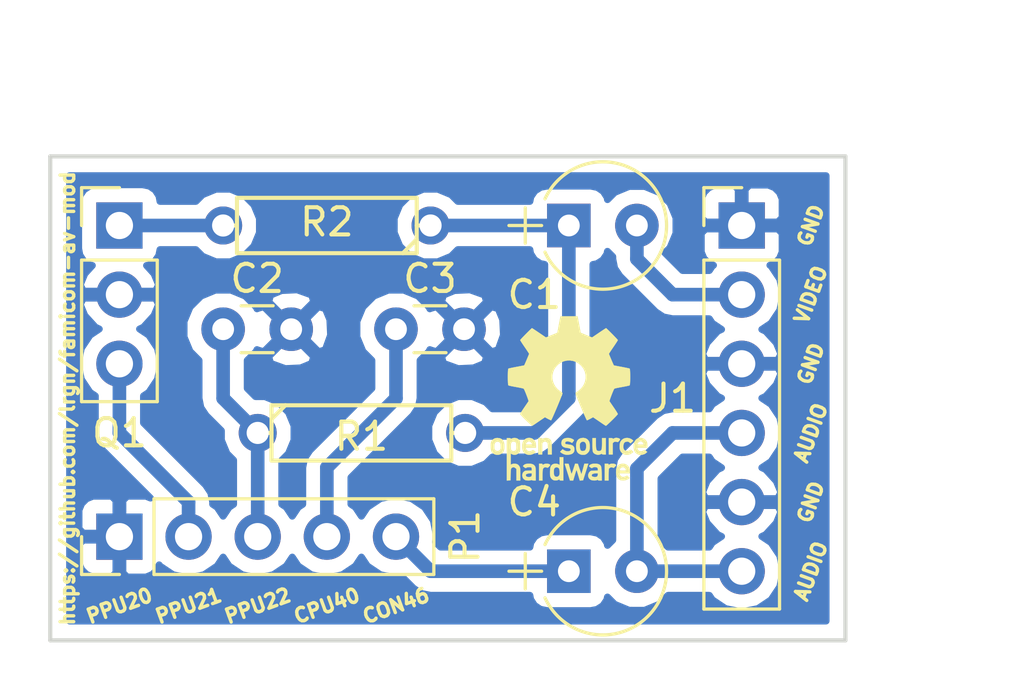
<source format=kicad_pcb>
(kicad_pcb (version 4) (host pcbnew 4.0.6-e0-6349~52~ubuntu17.04.1)

  (general
    (links 17)
    (no_connects 0)
    (area 117.458095 56.99 158.98 81.855)
    (thickness 1.6)
    (drawings 18)
    (tracks 23)
    (zones 0)
    (modules 10)
    (nets 10)
  )

  (page A4)
  (layers
    (0 F.Cu signal)
    (31 B.Cu signal)
    (32 B.Adhes user)
    (33 F.Adhes user)
    (34 B.Paste user)
    (35 F.Paste user)
    (36 B.SilkS user)
    (37 F.SilkS user)
    (38 B.Mask user)
    (39 F.Mask user)
    (40 Dwgs.User user)
    (41 Cmts.User user)
    (42 Eco1.User user)
    (43 Eco2.User user)
    (44 Edge.Cuts user)
    (45 Margin user)
    (46 B.CrtYd user)
    (47 F.CrtYd user)
    (48 B.Fab user)
    (49 F.Fab user)
  )

  (setup
    (last_trace_width 0.5)
    (trace_clearance 0.2)
    (zone_clearance 0.508)
    (zone_45_only no)
    (trace_min 0.5)
    (segment_width 0.2)
    (edge_width 0.15)
    (via_size 0.6)
    (via_drill 0.4)
    (via_min_size 0.4)
    (via_min_drill 0.3)
    (uvia_size 0.3)
    (uvia_drill 0.1)
    (uvias_allowed no)
    (uvia_min_size 0.2)
    (uvia_min_drill 0.1)
    (pcb_text_width 0.3)
    (pcb_text_size 1.5 1.5)
    (mod_edge_width 0.15)
    (mod_text_size 1 1)
    (mod_text_width 0.15)
    (pad_size 1.524 1.524)
    (pad_drill 0.762)
    (pad_to_mask_clearance 0.2)
    (aux_axis_origin 0 0)
    (visible_elements FFFFFF7F)
    (pcbplotparams
      (layerselection 0x00030_80000001)
      (usegerberextensions false)
      (excludeedgelayer true)
      (linewidth 0.100000)
      (plotframeref false)
      (viasonmask false)
      (mode 1)
      (useauxorigin false)
      (hpglpennumber 1)
      (hpglpenspeed 20)
      (hpglpendiameter 15)
      (hpglpenoverlay 2)
      (psnegative false)
      (psa4output false)
      (plotreference true)
      (plotvalue true)
      (plotinvisibletext false)
      (padsonsilk false)
      (subtractmaskfromsilk false)
      (outputformat 1)
      (mirror false)
      (drillshape 0)
      (scaleselection 1)
      (outputdirectory /home/lrgn/tmp/gerber/))
  )

  (net 0 "")
  (net 1 "Net-(C1-Pad1)")
  (net 2 VIDEO_OUT)
  (net 3 PPU22_5V)
  (net 4 PPU20_GND)
  (net 5 CPU40)
  (net 6 CON46_AUDIO)
  (net 7 AUDIO_OUT)
  (net 8 PPU21_VIDEO)
  (net 9 "Net-(Q1-Pad1)")

  (net_class Default "This is the default net class."
    (clearance 0.2)
    (trace_width 0.5)
    (via_dia 0.6)
    (via_drill 0.4)
    (uvia_dia 0.3)
    (uvia_drill 0.1)
    (add_net AUDIO_OUT)
    (add_net CON46_AUDIO)
    (add_net CPU40)
    (add_net "Net-(C1-Pad1)")
    (add_net "Net-(Q1-Pad1)")
    (add_net PPU20_GND)
    (add_net PPU21_VIDEO)
    (add_net PPU22_5V)
    (add_net VIDEO_OUT)
  )

  (module Capacitors_THT:CP_Radial_Tantal_D4.5mm_P2.50mm (layer F.Cu) (tedit 59218D0A) (tstamp 591997F1)
    (at 138.43 64.77)
    (descr "CP, Radial_Tantal series, Radial, pin pitch=2.50mm, , diameter=4.5mm, Tantal Electrolytic Capacitor, http://cdn-reichelt.de/documents/datenblatt/B300/TANTAL-TB-Serie%23.pdf")
    (tags "CP Radial_Tantal series Radial pin pitch 2.50mm  diameter 4.5mm Tantal Electrolytic Capacitor")
    (path /591072C1)
    (fp_text reference C1 (at -1.27 2.54) (layer F.SilkS)
      (effects (font (size 1 1) (thickness 0.15)))
    )
    (fp_text value 33µ (at 1.25 3.31) (layer F.Fab)
      (effects (font (size 1 1) (thickness 0.15)))
    )
    (fp_arc (start 1.25 0) (end -0.8749 -0.98) (angle 130.5) (layer F.SilkS) (width 0.12))
    (fp_arc (start 1.25 0) (end -0.8749 0.98) (angle -130.5) (layer F.SilkS) (width 0.12))
    (fp_arc (start 1.25 0) (end 3.3749 -0.98) (angle 49.5) (layer F.SilkS) (width 0.12))
    (fp_circle (center 1.25 0) (end 3.5 0) (layer F.Fab) (width 0.1))
    (fp_line (start -2.2 0) (end -1 0) (layer F.Fab) (width 0.1))
    (fp_line (start -1.6 -0.65) (end -1.6 0.65) (layer F.Fab) (width 0.1))
    (fp_line (start -2.2 0) (end -1 0) (layer F.SilkS) (width 0.12))
    (fp_line (start -1.6 -0.65) (end -1.6 0.65) (layer F.SilkS) (width 0.12))
    (fp_line (start -1.35 -2.6) (end -1.35 2.6) (layer F.CrtYd) (width 0.05))
    (fp_line (start -1.35 2.6) (end 3.85 2.6) (layer F.CrtYd) (width 0.05))
    (fp_line (start 3.85 2.6) (end 3.85 -2.6) (layer F.CrtYd) (width 0.05))
    (fp_line (start 3.85 -2.6) (end -1.35 -2.6) (layer F.CrtYd) (width 0.05))
    (pad 1 thru_hole rect (at 0 0) (size 1.6 1.6) (drill 0.8) (layers *.Cu *.Mask)
      (net 1 "Net-(C1-Pad1)"))
    (pad 2 thru_hole circle (at 2.5 0) (size 1.6 1.6) (drill 0.8) (layers *.Cu *.Mask)
      (net 2 VIDEO_OUT))
    (model Capacitors_THT.3dshapes/CP_Radial_Tantal_D4.5mm_P2.50mm.wrl
      (at (xyz 0 0 0))
      (scale (xyz 0.393701 0.393701 0.393701))
      (rotate (xyz 0 0 0))
    )
  )

  (module Capacitors_THT:CP_Radial_Tantal_D4.5mm_P2.50mm (layer F.Cu) (tedit 59218CFF) (tstamp 59199803)
    (at 138.43 77.47)
    (descr "CP, Radial_Tantal series, Radial, pin pitch=2.50mm, , diameter=4.5mm, Tantal Electrolytic Capacitor, http://cdn-reichelt.de/documents/datenblatt/B300/TANTAL-TB-Serie%23.pdf")
    (tags "CP Radial_Tantal series Radial pin pitch 2.50mm  diameter 4.5mm Tantal Electrolytic Capacitor")
    (path /59108830)
    (fp_text reference C4 (at -1.27 -2.54) (layer F.SilkS)
      (effects (font (size 1 1) (thickness 0.15)))
    )
    (fp_text value 220µ (at 1.25 3.31) (layer F.Fab)
      (effects (font (size 1 1) (thickness 0.15)))
    )
    (fp_arc (start 1.25 0) (end -0.8749 -0.98) (angle 130.5) (layer F.SilkS) (width 0.12))
    (fp_arc (start 1.25 0) (end -0.8749 0.98) (angle -130.5) (layer F.SilkS) (width 0.12))
    (fp_arc (start 1.25 0) (end 3.3749 -0.98) (angle 49.5) (layer F.SilkS) (width 0.12))
    (fp_circle (center 1.25 0) (end 3.5 0) (layer F.Fab) (width 0.1))
    (fp_line (start -2.2 0) (end -1 0) (layer F.Fab) (width 0.1))
    (fp_line (start -1.6 -0.65) (end -1.6 0.65) (layer F.Fab) (width 0.1))
    (fp_line (start -2.2 0) (end -1 0) (layer F.SilkS) (width 0.12))
    (fp_line (start -1.6 -0.65) (end -1.6 0.65) (layer F.SilkS) (width 0.12))
    (fp_line (start -1.35 -2.6) (end -1.35 2.6) (layer F.CrtYd) (width 0.05))
    (fp_line (start -1.35 2.6) (end 3.85 2.6) (layer F.CrtYd) (width 0.05))
    (fp_line (start 3.85 2.6) (end 3.85 -2.6) (layer F.CrtYd) (width 0.05))
    (fp_line (start 3.85 -2.6) (end -1.35 -2.6) (layer F.CrtYd) (width 0.05))
    (pad 1 thru_hole rect (at 0 0) (size 1.6 1.6) (drill 0.8) (layers *.Cu *.Mask)
      (net 6 CON46_AUDIO))
    (pad 2 thru_hole circle (at 2.5 0) (size 1.6 1.6) (drill 0.8) (layers *.Cu *.Mask)
      (net 7 AUDIO_OUT))
    (model Capacitors_THT.3dshapes/CP_Radial_Tantal_D4.5mm_P2.50mm.wrl
      (at (xyz 0 0 0))
      (scale (xyz 0.393701 0.393701 0.393701))
      (rotate (xyz 0 0 0))
    )
  )

  (module Discret:R3 (layer F.Cu) (tedit 591B0875) (tstamp 5914EB82)
    (at 130.81 72.39)
    (descr "Resitance 3 pas")
    (tags R)
    (path /5910716F)
    (fp_text reference R1 (at 0 0.127) (layer F.SilkS)
      (effects (font (size 1 1) (thickness 0.15)))
    )
    (fp_text value 150 (at 0 0.127 90) (layer F.Fab)
      (effects (font (size 1 1) (thickness 0.15)))
    )
    (fp_line (start -3.81 0) (end -3.302 0) (layer F.SilkS) (width 0.15))
    (fp_line (start 3.81 0) (end 3.302 0) (layer F.SilkS) (width 0.15))
    (fp_line (start 3.302 0) (end 3.302 -1.016) (layer F.SilkS) (width 0.15))
    (fp_line (start 3.302 -1.016) (end -3.302 -1.016) (layer F.SilkS) (width 0.15))
    (fp_line (start -3.302 -1.016) (end -3.302 1.016) (layer F.SilkS) (width 0.15))
    (fp_line (start -3.302 1.016) (end 3.302 1.016) (layer F.SilkS) (width 0.15))
    (fp_line (start 3.302 1.016) (end 3.302 0) (layer F.SilkS) (width 0.15))
    (fp_line (start -3.302 -0.508) (end -2.794 -1.016) (layer F.SilkS) (width 0.15))
    (pad 1 thru_hole circle (at -3.81 0) (size 1.397 1.397) (drill 0.8128) (layers *.Cu *.Mask)
      (net 3 PPU22_5V))
    (pad 2 thru_hole circle (at 3.81 0) (size 1.397 1.397) (drill 0.8128) (layers *.Cu *.Mask)
      (net 1 "Net-(C1-Pad1)"))
    (model Discret.3dshapes/R3.wrl
      (at (xyz 0 0 0))
      (scale (xyz 0.3 0.3 0.3))
      (rotate (xyz 0 0 0))
    )
  )

  (module Discret:R3 (layer F.Cu) (tedit 0) (tstamp 5914EB88)
    (at 129.54 64.77 180)
    (descr "Resitance 3 pas")
    (tags R)
    (path /591071B8)
    (fp_text reference R2 (at 0 0.127 180) (layer F.SilkS)
      (effects (font (size 1 1) (thickness 0.15)))
    )
    (fp_text value 100 (at 0 0.127 180) (layer F.Fab)
      (effects (font (size 1 1) (thickness 0.15)))
    )
    (fp_line (start -3.81 0) (end -3.302 0) (layer F.SilkS) (width 0.15))
    (fp_line (start 3.81 0) (end 3.302 0) (layer F.SilkS) (width 0.15))
    (fp_line (start 3.302 0) (end 3.302 -1.016) (layer F.SilkS) (width 0.15))
    (fp_line (start 3.302 -1.016) (end -3.302 -1.016) (layer F.SilkS) (width 0.15))
    (fp_line (start -3.302 -1.016) (end -3.302 1.016) (layer F.SilkS) (width 0.15))
    (fp_line (start -3.302 1.016) (end 3.302 1.016) (layer F.SilkS) (width 0.15))
    (fp_line (start 3.302 1.016) (end 3.302 0) (layer F.SilkS) (width 0.15))
    (fp_line (start -3.302 -0.508) (end -2.794 -1.016) (layer F.SilkS) (width 0.15))
    (pad 1 thru_hole circle (at -3.81 0 180) (size 1.397 1.397) (drill 0.8128) (layers *.Cu *.Mask)
      (net 1 "Net-(C1-Pad1)"))
    (pad 2 thru_hole circle (at 3.81 0 180) (size 1.397 1.397) (drill 0.8128) (layers *.Cu *.Mask)
      (net 9 "Net-(Q1-Pad1)"))
    (model Discret.3dshapes/R3.wrl
      (at (xyz 0 0 0))
      (scale (xyz 0.3 0.3 0.3))
      (rotate (xyz 0 0 0))
    )
  )

  (module Capacitors_THT:C_Disc_D3.0mm_W1.6mm_P2.50mm (layer F.Cu) (tedit 591B0452) (tstamp 591997F7)
    (at 125.73 68.58)
    (descr "C, Disc series, Radial, pin pitch=2.50mm, , diameter*width=3.0*1.6mm^2, Capacitor, http://www.vishay.com/docs/45233/krseries.pdf")
    (tags "C Disc series Radial pin pitch 2.50mm  diameter 3.0mm width 1.6mm Capacitor")
    (path /591074D7)
    (fp_text reference C2 (at 1.25 -1.86) (layer F.SilkS)
      (effects (font (size 1 1) (thickness 0.15)))
    )
    (fp_text value 1µ (at 1.25 1.86 90) (layer F.Fab)
      (effects (font (size 1 1) (thickness 0.15)))
    )
    (fp_line (start -0.25 -0.8) (end -0.25 0.8) (layer F.Fab) (width 0.1))
    (fp_line (start -0.25 0.8) (end 2.75 0.8) (layer F.Fab) (width 0.1))
    (fp_line (start 2.75 0.8) (end 2.75 -0.8) (layer F.Fab) (width 0.1))
    (fp_line (start 2.75 -0.8) (end -0.25 -0.8) (layer F.Fab) (width 0.1))
    (fp_line (start 0.663 -0.861) (end 1.837 -0.861) (layer F.SilkS) (width 0.12))
    (fp_line (start 0.663 0.861) (end 1.837 0.861) (layer F.SilkS) (width 0.12))
    (fp_line (start -1.05 -1.15) (end -1.05 1.15) (layer F.CrtYd) (width 0.05))
    (fp_line (start -1.05 1.15) (end 3.55 1.15) (layer F.CrtYd) (width 0.05))
    (fp_line (start 3.55 1.15) (end 3.55 -1.15) (layer F.CrtYd) (width 0.05))
    (fp_line (start 3.55 -1.15) (end -1.05 -1.15) (layer F.CrtYd) (width 0.05))
    (pad 1 thru_hole circle (at 0 0) (size 1.6 1.6) (drill 0.8) (layers *.Cu *.Mask)
      (net 3 PPU22_5V))
    (pad 2 thru_hole circle (at 2.5 0) (size 1.6 1.6) (drill 0.8) (layers *.Cu *.Mask)
      (net 4 PPU20_GND))
    (model Capacitors_THT.3dshapes/C_Disc_D3.0mm_W1.6mm_P2.50mm.wrl
      (at (xyz 0 0 0))
      (scale (xyz 0.393701 0.393701 0.393701))
      (rotate (xyz 0 0 0))
    )
  )

  (module Capacitors_THT:C_Disc_D3.0mm_W1.6mm_P2.50mm (layer F.Cu) (tedit 58765D06) (tstamp 591997FD)
    (at 132.08 68.58)
    (descr "C, Disc series, Radial, pin pitch=2.50mm, , diameter*width=3.0*1.6mm^2, Capacitor, http://www.vishay.com/docs/45233/krseries.pdf")
    (tags "C Disc series Radial pin pitch 2.50mm  diameter 3.0mm width 1.6mm Capacitor")
    (path /59107699)
    (fp_text reference C3 (at 1.25 -1.86) (layer F.SilkS)
      (effects (font (size 1 1) (thickness 0.15)))
    )
    (fp_text value 1µ (at 1.25 1.86) (layer F.Fab)
      (effects (font (size 1 1) (thickness 0.15)))
    )
    (fp_line (start -0.25 -0.8) (end -0.25 0.8) (layer F.Fab) (width 0.1))
    (fp_line (start -0.25 0.8) (end 2.75 0.8) (layer F.Fab) (width 0.1))
    (fp_line (start 2.75 0.8) (end 2.75 -0.8) (layer F.Fab) (width 0.1))
    (fp_line (start 2.75 -0.8) (end -0.25 -0.8) (layer F.Fab) (width 0.1))
    (fp_line (start 0.663 -0.861) (end 1.837 -0.861) (layer F.SilkS) (width 0.12))
    (fp_line (start 0.663 0.861) (end 1.837 0.861) (layer F.SilkS) (width 0.12))
    (fp_line (start -1.05 -1.15) (end -1.05 1.15) (layer F.CrtYd) (width 0.05))
    (fp_line (start -1.05 1.15) (end 3.55 1.15) (layer F.CrtYd) (width 0.05))
    (fp_line (start 3.55 1.15) (end 3.55 -1.15) (layer F.CrtYd) (width 0.05))
    (fp_line (start 3.55 -1.15) (end -1.05 -1.15) (layer F.CrtYd) (width 0.05))
    (pad 1 thru_hole circle (at 0 0) (size 1.6 1.6) (drill 0.8) (layers *.Cu *.Mask)
      (net 5 CPU40))
    (pad 2 thru_hole circle (at 2.5 0) (size 1.6 1.6) (drill 0.8) (layers *.Cu *.Mask)
      (net 4 PPU20_GND))
    (model Capacitors_THT.3dshapes/C_Disc_D3.0mm_W1.6mm_P2.50mm.wrl
      (at (xyz 0 0 0))
      (scale (xyz 0.393701 0.393701 0.393701))
      (rotate (xyz 0 0 0))
    )
  )

  (module Pin_Headers:Pin_Header_Straight_1x06_Pitch2.54mm (layer F.Cu) (tedit 591B1BA4) (tstamp 591AF883)
    (at 144.78 64.77)
    (descr "Through hole straight pin header, 1x06, 2.54mm pitch, single row")
    (tags "Through hole pin header THT 1x06 2.54mm single row")
    (path /59108A16)
    (fp_text reference J1 (at -2.54 6.35) (layer F.SilkS)
      (effects (font (size 1 1) (thickness 0.15)))
    )
    (fp_text value RCA_3 (at 0 15.09) (layer F.Fab)
      (effects (font (size 1 1) (thickness 0.15)))
    )
    (fp_line (start -1.27 -1.27) (end -1.27 13.97) (layer F.Fab) (width 0.1))
    (fp_line (start -1.27 13.97) (end 1.27 13.97) (layer F.Fab) (width 0.1))
    (fp_line (start 1.27 13.97) (end 1.27 -1.27) (layer F.Fab) (width 0.1))
    (fp_line (start 1.27 -1.27) (end -1.27 -1.27) (layer F.Fab) (width 0.1))
    (fp_line (start -1.39 1.27) (end -1.39 14.09) (layer F.SilkS) (width 0.12))
    (fp_line (start -1.39 14.09) (end 1.39 14.09) (layer F.SilkS) (width 0.12))
    (fp_line (start 1.39 14.09) (end 1.39 1.27) (layer F.SilkS) (width 0.12))
    (fp_line (start 1.39 1.27) (end -1.39 1.27) (layer F.SilkS) (width 0.12))
    (fp_line (start -1.39 0) (end -1.39 -1.39) (layer F.SilkS) (width 0.12))
    (fp_line (start -1.39 -1.39) (end 0 -1.39) (layer F.SilkS) (width 0.12))
    (fp_line (start -1.6 -1.6) (end -1.6 14.3) (layer F.CrtYd) (width 0.05))
    (fp_line (start -1.6 14.3) (end 1.6 14.3) (layer F.CrtYd) (width 0.05))
    (fp_line (start 1.6 14.3) (end 1.6 -1.6) (layer F.CrtYd) (width 0.05))
    (fp_line (start 1.6 -1.6) (end -1.6 -1.6) (layer F.CrtYd) (width 0.05))
    (pad 1 thru_hole rect (at 0 0) (size 1.7 1.7) (drill 1) (layers *.Cu *.Mask)
      (net 4 PPU20_GND))
    (pad 2 thru_hole oval (at 0 2.54) (size 1.7 1.7) (drill 1) (layers *.Cu *.Mask)
      (net 2 VIDEO_OUT))
    (pad 3 thru_hole oval (at 0 5.08) (size 1.7 1.7) (drill 1) (layers *.Cu *.Mask)
      (net 4 PPU20_GND))
    (pad 4 thru_hole oval (at 0 7.62) (size 1.7 1.7) (drill 1) (layers *.Cu *.Mask)
      (net 7 AUDIO_OUT))
    (pad 5 thru_hole oval (at 0 10.16) (size 1.7 1.7) (drill 1) (layers *.Cu *.Mask)
      (net 4 PPU20_GND))
    (pad 6 thru_hole oval (at 0 12.7) (size 1.7 1.7) (drill 1) (layers *.Cu *.Mask)
      (net 7 AUDIO_OUT))
    (model Pin_Headers.3dshapes/Pin_Header_Straight_1x06_Pitch2.54mm.wrl
      (at (xyz 0 -0.25 0))
      (scale (xyz 1 1 1))
      (rotate (xyz 0 0 90))
    )
  )

  (module Pin_Headers:Pin_Header_Straight_1x05_Pitch2.54mm (layer F.Cu) (tedit 59218C20) (tstamp 591AF89A)
    (at 121.92 76.2 90)
    (descr "Through hole straight pin header, 1x05, 2.54mm pitch, single row")
    (tags "Through hole pin header THT 1x05 2.54mm single row")
    (path /5910933B)
    (fp_text reference P1 (at 0 12.7 90) (layer F.SilkS)
      (effects (font (size 1 1) (thickness 0.15)))
    )
    (fp_text value CONN_01X05 (at 0 12.55 90) (layer F.Fab)
      (effects (font (size 1 1) (thickness 0.15)))
    )
    (fp_line (start -1.27 -1.27) (end -1.27 11.43) (layer F.Fab) (width 0.1))
    (fp_line (start -1.27 11.43) (end 1.27 11.43) (layer F.Fab) (width 0.1))
    (fp_line (start 1.27 11.43) (end 1.27 -1.27) (layer F.Fab) (width 0.1))
    (fp_line (start 1.27 -1.27) (end -1.27 -1.27) (layer F.Fab) (width 0.1))
    (fp_line (start -1.39 1.27) (end -1.39 11.55) (layer F.SilkS) (width 0.12))
    (fp_line (start -1.39 11.55) (end 1.39 11.55) (layer F.SilkS) (width 0.12))
    (fp_line (start 1.39 11.55) (end 1.39 1.27) (layer F.SilkS) (width 0.12))
    (fp_line (start 1.39 1.27) (end -1.39 1.27) (layer F.SilkS) (width 0.12))
    (fp_line (start -1.39 0) (end -1.39 -1.39) (layer F.SilkS) (width 0.12))
    (fp_line (start -1.39 -1.39) (end 0 -1.39) (layer F.SilkS) (width 0.12))
    (fp_line (start -1.6 -1.6) (end -1.6 11.7) (layer F.CrtYd) (width 0.05))
    (fp_line (start -1.6 11.7) (end 1.6 11.7) (layer F.CrtYd) (width 0.05))
    (fp_line (start 1.6 11.7) (end 1.6 -1.6) (layer F.CrtYd) (width 0.05))
    (fp_line (start 1.6 -1.6) (end -1.6 -1.6) (layer F.CrtYd) (width 0.05))
    (pad 1 thru_hole rect (at 0 0 90) (size 1.7 1.7) (drill 1) (layers *.Cu *.Mask)
      (net 4 PPU20_GND))
    (pad 2 thru_hole oval (at 0 2.54 90) (size 1.7 1.7) (drill 1) (layers *.Cu *.Mask)
      (net 8 PPU21_VIDEO))
    (pad 3 thru_hole oval (at 0 5.08 90) (size 1.7 1.7) (drill 1) (layers *.Cu *.Mask)
      (net 3 PPU22_5V))
    (pad 4 thru_hole oval (at 0 7.62 90) (size 1.7 1.7) (drill 1) (layers *.Cu *.Mask)
      (net 5 CPU40))
    (pad 5 thru_hole oval (at 0 10.16 90) (size 1.7 1.7) (drill 1) (layers *.Cu *.Mask)
      (net 6 CON46_AUDIO))
    (model Pin_Headers.3dshapes/Pin_Header_Straight_1x05_Pitch2.54mm.wrl
      (at (xyz 0 -0.2 0))
      (scale (xyz 1 1 1))
      (rotate (xyz 0 0 90))
    )
  )

  (module Pin_Headers:Pin_Header_Straight_1x03_Pitch2.54mm (layer F.Cu) (tedit 591B1BC4) (tstamp 591B0C21)
    (at 121.92 64.77)
    (descr "Through hole straight pin header, 1x03, 2.54mm pitch, single row")
    (tags "Through hole pin header THT 1x03 2.54mm single row")
    (path /59107235)
    (fp_text reference Q1 (at 0 7.62) (layer F.SilkS)
      (effects (font (size 1 1) (thickness 0.15)))
    )
    (fp_text value Q_PNP_ECB (at 0 7.47) (layer F.Fab)
      (effects (font (size 1 1) (thickness 0.15)))
    )
    (fp_line (start -1.27 -1.27) (end -1.27 6.35) (layer F.Fab) (width 0.1))
    (fp_line (start -1.27 6.35) (end 1.27 6.35) (layer F.Fab) (width 0.1))
    (fp_line (start 1.27 6.35) (end 1.27 -1.27) (layer F.Fab) (width 0.1))
    (fp_line (start 1.27 -1.27) (end -1.27 -1.27) (layer F.Fab) (width 0.1))
    (fp_line (start -1.39 1.27) (end -1.39 6.47) (layer F.SilkS) (width 0.12))
    (fp_line (start -1.39 6.47) (end 1.39 6.47) (layer F.SilkS) (width 0.12))
    (fp_line (start 1.39 6.47) (end 1.39 1.27) (layer F.SilkS) (width 0.12))
    (fp_line (start 1.39 1.27) (end -1.39 1.27) (layer F.SilkS) (width 0.12))
    (fp_line (start -1.39 0) (end -1.39 -1.39) (layer F.SilkS) (width 0.12))
    (fp_line (start -1.39 -1.39) (end 0 -1.39) (layer F.SilkS) (width 0.12))
    (fp_line (start -1.6 -1.6) (end -1.6 6.6) (layer F.CrtYd) (width 0.05))
    (fp_line (start -1.6 6.6) (end 1.6 6.6) (layer F.CrtYd) (width 0.05))
    (fp_line (start 1.6 6.6) (end 1.6 -1.6) (layer F.CrtYd) (width 0.05))
    (fp_line (start 1.6 -1.6) (end -1.6 -1.6) (layer F.CrtYd) (width 0.05))
    (pad 1 thru_hole rect (at 0 0) (size 1.7 1.7) (drill 1) (layers *.Cu *.Mask)
      (net 9 "Net-(Q1-Pad1)"))
    (pad 2 thru_hole oval (at 0 2.54) (size 1.7 1.7) (drill 1) (layers *.Cu *.Mask)
      (net 4 PPU20_GND))
    (pad 3 thru_hole oval (at 0 5.08) (size 1.7 1.7) (drill 1) (layers *.Cu *.Mask)
      (net 8 PPU21_VIDEO))
    (model Pin_Headers.3dshapes/Pin_Header_Straight_1x03_Pitch2.54mm.wrl
      (at (xyz 0 -0.1 0))
      (scale (xyz 1 1 1))
      (rotate (xyz 0 0 90))
    )
  )

  (module Symbols:OSHW-Logo_5.7x6mm_SilkScreen (layer F.Cu) (tedit 0) (tstamp 595F9218)
    (at 138.43 71.12)
    (descr "Open Source Hardware Logo")
    (tags "Logo OSHW")
    (attr virtual)
    (fp_text reference REF*** (at 0 0) (layer F.SilkS) hide
      (effects (font (size 1 1) (thickness 0.15)))
    )
    (fp_text value OSHW-Logo_5.7x6mm_SilkScreen (at 0.75 0) (layer F.Fab) hide
      (effects (font (size 1 1) (thickness 0.15)))
    )
    (fp_poly (pts (xy -1.908759 1.469184) (xy -1.882247 1.482282) (xy -1.849553 1.505106) (xy -1.825725 1.529996)
      (xy -1.809406 1.561249) (xy -1.79924 1.603166) (xy -1.793872 1.660044) (xy -1.791944 1.736184)
      (xy -1.791831 1.768917) (xy -1.792161 1.840656) (xy -1.793527 1.891927) (xy -1.7965 1.927404)
      (xy -1.801649 1.951763) (xy -1.809543 1.96968) (xy -1.817757 1.981902) (xy -1.870187 2.033905)
      (xy -1.93193 2.065184) (xy -1.998536 2.074592) (xy -2.065558 2.06098) (xy -2.086792 2.051354)
      (xy -2.137624 2.024859) (xy -2.137624 2.440052) (xy -2.100525 2.420868) (xy -2.051643 2.406025)
      (xy -1.991561 2.402222) (xy -1.931564 2.409243) (xy -1.886256 2.425013) (xy -1.848675 2.455047)
      (xy -1.816564 2.498024) (xy -1.81415 2.502436) (xy -1.803967 2.523221) (xy -1.79653 2.54417)
      (xy -1.791411 2.569548) (xy -1.788181 2.603618) (xy -1.786413 2.650641) (xy -1.785677 2.714882)
      (xy -1.785544 2.787176) (xy -1.785544 3.017822) (xy -1.923861 3.017822) (xy -1.923861 2.592533)
      (xy -1.962549 2.559979) (xy -2.002738 2.53394) (xy -2.040797 2.529205) (xy -2.079066 2.541389)
      (xy -2.099462 2.55332) (xy -2.114642 2.570313) (xy -2.125438 2.595995) (xy -2.132683 2.633991)
      (xy -2.137208 2.687926) (xy -2.139844 2.761425) (xy -2.140772 2.810347) (xy -2.143911 3.011535)
      (xy -2.209926 3.015336) (xy -2.27594 3.019136) (xy -2.27594 1.77065) (xy -2.137624 1.77065)
      (xy -2.134097 1.840254) (xy -2.122215 1.888569) (xy -2.10002 1.918631) (xy -2.065559 1.933471)
      (xy -2.030742 1.936436) (xy -1.991329 1.933028) (xy -1.965171 1.919617) (xy -1.948814 1.901896)
      (xy -1.935937 1.882835) (xy -1.928272 1.861601) (xy -1.924861 1.831849) (xy -1.924749 1.787236)
      (xy -1.925897 1.74988) (xy -1.928532 1.693604) (xy -1.932456 1.656658) (xy -1.939063 1.633223)
      (xy -1.949749 1.61748) (xy -1.959833 1.60838) (xy -2.00197 1.588537) (xy -2.05184 1.585332)
      (xy -2.080476 1.592168) (xy -2.108828 1.616464) (xy -2.127609 1.663728) (xy -2.136712 1.733624)
      (xy -2.137624 1.77065) (xy -2.27594 1.77065) (xy -2.27594 1.458614) (xy -2.206782 1.458614)
      (xy -2.16526 1.460256) (xy -2.143838 1.466087) (xy -2.137626 1.477461) (xy -2.137624 1.477798)
      (xy -2.134742 1.488938) (xy -2.12203 1.487673) (xy -2.096757 1.475433) (xy -2.037869 1.456707)
      (xy -1.971615 1.454739) (xy -1.908759 1.469184)) (layer F.SilkS) (width 0.01))
    (fp_poly (pts (xy -1.38421 2.406555) (xy -1.325055 2.422339) (xy -1.280023 2.450948) (xy -1.248246 2.488419)
      (xy -1.238366 2.504411) (xy -1.231073 2.521163) (xy -1.225974 2.542592) (xy -1.222679 2.572616)
      (xy -1.220797 2.615154) (xy -1.219937 2.674122) (xy -1.219707 2.75344) (xy -1.219703 2.774484)
      (xy -1.219703 3.017822) (xy -1.280059 3.017822) (xy -1.318557 3.015126) (xy -1.347023 3.008295)
      (xy -1.354155 3.004083) (xy -1.373652 2.996813) (xy -1.393566 3.004083) (xy -1.426353 3.01316)
      (xy -1.473978 3.016813) (xy -1.526764 3.015228) (xy -1.575036 3.008589) (xy -1.603218 3.000072)
      (xy -1.657753 2.965063) (xy -1.691835 2.916479) (xy -1.707157 2.851882) (xy -1.707299 2.850223)
      (xy -1.705955 2.821566) (xy -1.584356 2.821566) (xy -1.573726 2.854161) (xy -1.55641 2.872505)
      (xy -1.521652 2.886379) (xy -1.475773 2.891917) (xy -1.428988 2.889191) (xy -1.391514 2.878274)
      (xy -1.381015 2.871269) (xy -1.362668 2.838904) (xy -1.35802 2.802111) (xy -1.35802 2.753763)
      (xy -1.427582 2.753763) (xy -1.493667 2.75885) (xy -1.543764 2.773263) (xy -1.574929 2.795729)
      (xy -1.584356 2.821566) (xy -1.705955 2.821566) (xy -1.703987 2.779647) (xy -1.68071 2.723845)
      (xy -1.636948 2.681647) (xy -1.630899 2.677808) (xy -1.604907 2.665309) (xy -1.572735 2.65774)
      (xy -1.52776 2.654061) (xy -1.474331 2.653216) (xy -1.35802 2.653169) (xy -1.35802 2.604411)
      (xy -1.362953 2.566581) (xy -1.375543 2.541236) (xy -1.377017 2.539887) (xy -1.405034 2.5288)
      (xy -1.447326 2.524503) (xy -1.494064 2.526615) (xy -1.535418 2.534756) (xy -1.559957 2.546965)
      (xy -1.573253 2.556746) (xy -1.587294 2.558613) (xy -1.606671 2.5506) (xy -1.635976 2.530739)
      (xy -1.679803 2.497063) (xy -1.683825 2.493909) (xy -1.681764 2.482236) (xy -1.664568 2.462822)
      (xy -1.638433 2.441248) (xy -1.609552 2.423096) (xy -1.600478 2.418809) (xy -1.56738 2.410256)
      (xy -1.51888 2.404155) (xy -1.464695 2.401708) (xy -1.462161 2.401703) (xy -1.38421 2.406555)) (layer F.SilkS) (width 0.01))
    (fp_poly (pts (xy -0.993356 2.40302) (xy -0.974539 2.40866) (xy -0.968473 2.421053) (xy -0.968218 2.426647)
      (xy -0.967129 2.44223) (xy -0.959632 2.444676) (xy -0.939381 2.433993) (xy -0.927351 2.426694)
      (xy -0.8894 2.411063) (xy -0.844072 2.403334) (xy -0.796544 2.40274) (xy -0.751995 2.408513)
      (xy -0.715602 2.419884) (xy -0.692543 2.436088) (xy -0.687996 2.456355) (xy -0.690291 2.461843)
      (xy -0.70702 2.484626) (xy -0.732963 2.512647) (xy -0.737655 2.517177) (xy -0.762383 2.538005)
      (xy -0.783718 2.544735) (xy -0.813555 2.540038) (xy -0.825508 2.536917) (xy -0.862705 2.529421)
      (xy -0.888859 2.532792) (xy -0.910946 2.544681) (xy -0.931178 2.560635) (xy -0.946079 2.5807)
      (xy -0.956434 2.608702) (xy -0.963029 2.648467) (xy -0.966649 2.703823) (xy -0.968078 2.778594)
      (xy -0.968218 2.82374) (xy -0.968218 3.017822) (xy -1.09396 3.017822) (xy -1.09396 2.401683)
      (xy -1.031089 2.401683) (xy -0.993356 2.40302)) (layer F.SilkS) (width 0.01))
    (fp_poly (pts (xy -0.201188 3.017822) (xy -0.270346 3.017822) (xy -0.310488 3.016645) (xy -0.331394 3.011772)
      (xy -0.338922 3.001186) (xy -0.339505 2.994029) (xy -0.340774 2.979676) (xy -0.348779 2.976923)
      (xy -0.369815 2.985771) (xy -0.386173 2.994029) (xy -0.448977 3.013597) (xy -0.517248 3.014729)
      (xy -0.572752 3.000135) (xy -0.624438 2.964877) (xy -0.663838 2.912835) (xy -0.685413 2.85145)
      (xy -0.685962 2.848018) (xy -0.689167 2.810571) (xy -0.690761 2.756813) (xy -0.690633 2.716155)
      (xy -0.553279 2.716155) (xy -0.550097 2.770194) (xy -0.542859 2.814735) (xy -0.53306 2.839888)
      (xy -0.495989 2.87426) (xy -0.451974 2.886582) (xy -0.406584 2.876618) (xy -0.367797 2.846895)
      (xy -0.353108 2.826905) (xy -0.344519 2.80305) (xy -0.340496 2.76823) (xy -0.339505 2.71593)
      (xy -0.341278 2.664139) (xy -0.345963 2.618634) (xy -0.352603 2.588181) (xy -0.35371 2.585452)
      (xy -0.380491 2.553) (xy -0.419579 2.535183) (xy -0.463315 2.532306) (xy -0.504038 2.544674)
      (xy -0.534087 2.572593) (xy -0.537204 2.578148) (xy -0.546961 2.612022) (xy -0.552277 2.660728)
      (xy -0.553279 2.716155) (xy -0.690633 2.716155) (xy -0.690568 2.69554) (xy -0.689664 2.662563)
      (xy -0.683514 2.580981) (xy -0.670733 2.51973) (xy -0.649471 2.474449) (xy -0.617878 2.440779)
      (xy -0.587207 2.421014) (xy -0.544354 2.40712) (xy -0.491056 2.402354) (xy -0.43648 2.406236)
      (xy -0.389792 2.418282) (xy -0.365124 2.432693) (xy -0.339505 2.455878) (xy -0.339505 2.162773)
      (xy -0.201188 2.162773) (xy -0.201188 3.017822)) (layer F.SilkS) (width 0.01))
    (fp_poly (pts (xy 0.281524 2.404237) (xy 0.331255 2.407971) (xy 0.461291 2.797773) (xy 0.481678 2.728614)
      (xy 0.493946 2.685874) (xy 0.510085 2.628115) (xy 0.527512 2.564625) (xy 0.536726 2.53057)
      (xy 0.571388 2.401683) (xy 0.714391 2.401683) (xy 0.671646 2.536857) (xy 0.650596 2.603342)
      (xy 0.625167 2.683539) (xy 0.59861 2.767193) (xy 0.574902 2.841782) (xy 0.520902 3.011535)
      (xy 0.462598 3.015328) (xy 0.404295 3.019122) (xy 0.372679 2.914734) (xy 0.353182 2.849889)
      (xy 0.331904 2.7784) (xy 0.313308 2.715263) (xy 0.312574 2.71275) (xy 0.298684 2.669969)
      (xy 0.286429 2.640779) (xy 0.277846 2.629741) (xy 0.276082 2.631018) (xy 0.269891 2.64813)
      (xy 0.258128 2.684787) (xy 0.242225 2.736378) (xy 0.223614 2.798294) (xy 0.213543 2.832352)
      (xy 0.159007 3.017822) (xy 0.043264 3.017822) (xy -0.049263 2.725471) (xy -0.075256 2.643462)
      (xy -0.098934 2.568987) (xy -0.11918 2.505544) (xy -0.134874 2.456632) (xy -0.144898 2.425749)
      (xy -0.147945 2.416726) (xy -0.145533 2.407487) (xy -0.126592 2.403441) (xy -0.087177 2.403846)
      (xy -0.081007 2.404152) (xy -0.007914 2.407971) (xy 0.039957 2.58401) (xy 0.057553 2.648211)
      (xy 0.073277 2.704649) (xy 0.085746 2.748422) (xy 0.093574 2.77463) (xy 0.09502 2.778903)
      (xy 0.101014 2.77399) (xy 0.113101 2.748532) (xy 0.129893 2.705997) (xy 0.150003 2.64985)
      (xy 0.167003 2.59913) (xy 0.231794 2.400504) (xy 0.281524 2.404237)) (layer F.SilkS) (width 0.01))
    (fp_poly (pts (xy 1.038411 2.405417) (xy 1.091411 2.41829) (xy 1.106731 2.42511) (xy 1.136428 2.442974)
      (xy 1.15922 2.463093) (xy 1.176083 2.488962) (xy 1.187998 2.524073) (xy 1.195942 2.57192)
      (xy 1.200894 2.635996) (xy 1.203831 2.719794) (xy 1.204947 2.775768) (xy 1.209052 3.017822)
      (xy 1.138932 3.017822) (xy 1.096393 3.016038) (xy 1.074476 3.009942) (xy 1.068812 2.999706)
      (xy 1.065821 2.988637) (xy 1.052451 2.990754) (xy 1.034233 2.999629) (xy 0.988624 3.013233)
      (xy 0.930007 3.016899) (xy 0.868354 3.010903) (xy 0.813638 2.995521) (xy 0.80873 2.993386)
      (xy 0.758723 2.958255) (xy 0.725756 2.909419) (xy 0.710587 2.852333) (xy 0.711746 2.831824)
      (xy 0.835508 2.831824) (xy 0.846413 2.859425) (xy 0.878745 2.879204) (xy 0.93091 2.889819)
      (xy 0.958787 2.891228) (xy 1.005247 2.88762) (xy 1.036129 2.873597) (xy 1.043664 2.866931)
      (xy 1.064076 2.830666) (xy 1.068812 2.797773) (xy 1.068812 2.753763) (xy 1.007513 2.753763)
      (xy 0.936256 2.757395) (xy 0.886276 2.768818) (xy 0.854696 2.788824) (xy 0.847626 2.797743)
      (xy 0.835508 2.831824) (xy 0.711746 2.831824) (xy 0.713971 2.792456) (xy 0.736663 2.735244)
      (xy 0.767624 2.69658) (xy 0.786376 2.679864) (xy 0.804733 2.668878) (xy 0.828619 2.66218)
      (xy 0.863957 2.658326) (xy 0.916669 2.655873) (xy 0.937577 2.655168) (xy 1.068812 2.650879)
      (xy 1.06862 2.611158) (xy 1.063537 2.569405) (xy 1.045162 2.544158) (xy 1.008039 2.52803)
      (xy 1.007043 2.527742) (xy 0.95441 2.5214) (xy 0.902906 2.529684) (xy 0.86463 2.549827)
      (xy 0.849272 2.559773) (xy 0.83273 2.558397) (xy 0.807275 2.543987) (xy 0.792328 2.533817)
      (xy 0.763091 2.512088) (xy 0.74498 2.4958) (xy 0.742074 2.491137) (xy 0.75404 2.467005)
      (xy 0.789396 2.438185) (xy 0.804753 2.428461) (xy 0.848901 2.411714) (xy 0.908398 2.402227)
      (xy 0.974487 2.400095) (xy 1.038411 2.405417)) (layer F.SilkS) (width 0.01))
    (fp_poly (pts (xy 1.635255 2.401486) (xy 1.683595 2.411015) (xy 1.711114 2.425125) (xy 1.740064 2.448568)
      (xy 1.698876 2.500571) (xy 1.673482 2.532064) (xy 1.656238 2.547428) (xy 1.639102 2.549776)
      (xy 1.614027 2.542217) (xy 1.602257 2.537941) (xy 1.55427 2.531631) (xy 1.510324 2.545156)
      (xy 1.47806 2.57571) (xy 1.472819 2.585452) (xy 1.467112 2.611258) (xy 1.462706 2.658817)
      (xy 1.459811 2.724758) (xy 1.458631 2.80571) (xy 1.458614 2.817226) (xy 1.458614 3.017822)
      (xy 1.320297 3.017822) (xy 1.320297 2.401683) (xy 1.389456 2.401683) (xy 1.429333 2.402725)
      (xy 1.450107 2.407358) (xy 1.457789 2.417849) (xy 1.458614 2.427745) (xy 1.458614 2.453806)
      (xy 1.491745 2.427745) (xy 1.529735 2.409965) (xy 1.58077 2.401174) (xy 1.635255 2.401486)) (layer F.SilkS) (width 0.01))
    (fp_poly (pts (xy 2.032581 2.40497) (xy 2.092685 2.420597) (xy 2.143021 2.452848) (xy 2.167393 2.47694)
      (xy 2.207345 2.533895) (xy 2.230242 2.599965) (xy 2.238108 2.681182) (xy 2.238148 2.687748)
      (xy 2.238218 2.753763) (xy 1.858264 2.753763) (xy 1.866363 2.788342) (xy 1.880987 2.819659)
      (xy 1.906581 2.852291) (xy 1.911935 2.8575) (xy 1.957943 2.885694) (xy 2.01041 2.890475)
      (xy 2.070803 2.871926) (xy 2.08104 2.866931) (xy 2.112439 2.851745) (xy 2.13347 2.843094)
      (xy 2.137139 2.842293) (xy 2.149948 2.850063) (xy 2.174378 2.869072) (xy 2.186779 2.87946)
      (xy 2.212476 2.903321) (xy 2.220915 2.919077) (xy 2.215058 2.933571) (xy 2.211928 2.937534)
      (xy 2.190725 2.954879) (xy 2.155738 2.975959) (xy 2.131337 2.988265) (xy 2.062072 3.009946)
      (xy 1.985388 3.016971) (xy 1.912765 3.008647) (xy 1.892426 3.002686) (xy 1.829476 2.968952)
      (xy 1.782815 2.917045) (xy 1.752173 2.846459) (xy 1.737282 2.756692) (xy 1.735647 2.709753)
      (xy 1.740421 2.641413) (xy 1.86099 2.641413) (xy 1.872652 2.646465) (xy 1.903998 2.650429)
      (xy 1.949571 2.652768) (xy 1.980446 2.653169) (xy 2.035981 2.652783) (xy 2.071033 2.650975)
      (xy 2.090262 2.646773) (xy 2.09833 2.639203) (xy 2.099901 2.628218) (xy 2.089121 2.594381)
      (xy 2.06198 2.56094) (xy 2.026277 2.535272) (xy 1.99056 2.524772) (xy 1.942048 2.534086)
      (xy 1.900053 2.561013) (xy 1.870936 2.599827) (xy 1.86099 2.641413) (xy 1.740421 2.641413)
      (xy 1.742599 2.610236) (xy 1.764055 2.530949) (xy 1.80047 2.471263) (xy 1.852297 2.430549)
      (xy 1.91999 2.408179) (xy 1.956662 2.403871) (xy 2.032581 2.40497)) (layer F.SilkS) (width 0.01))
    (fp_poly (pts (xy -2.538261 1.465148) (xy -2.472479 1.494231) (xy -2.42254 1.542793) (xy -2.388374 1.610908)
      (xy -2.369907 1.698651) (xy -2.368583 1.712351) (xy -2.367546 1.808939) (xy -2.380993 1.893602)
      (xy -2.408108 1.962221) (xy -2.422627 1.984294) (xy -2.473201 2.031011) (xy -2.537609 2.061268)
      (xy -2.609666 2.073824) (xy -2.683185 2.067439) (xy -2.739072 2.047772) (xy -2.787132 2.014629)
      (xy -2.826412 1.971175) (xy -2.827092 1.970158) (xy -2.843044 1.943338) (xy -2.85341 1.916368)
      (xy -2.859688 1.882332) (xy -2.863373 1.83431) (xy -2.864997 1.794931) (xy -2.865672 1.759219)
      (xy -2.739955 1.759219) (xy -2.738726 1.79477) (xy -2.734266 1.842094) (xy -2.726397 1.872465)
      (xy -2.712207 1.894072) (xy -2.698917 1.906694) (xy -2.651802 1.933122) (xy -2.602505 1.936653)
      (xy -2.556593 1.917639) (xy -2.533638 1.896331) (xy -2.517096 1.874859) (xy -2.507421 1.854313)
      (xy -2.503174 1.827574) (xy -2.50292 1.787523) (xy -2.504228 1.750638) (xy -2.507043 1.697947)
      (xy -2.511505 1.663772) (xy -2.519548 1.64148) (xy -2.533103 1.624442) (xy -2.543845 1.614703)
      (xy -2.588777 1.589123) (xy -2.637249 1.587847) (xy -2.677894 1.602999) (xy -2.712567 1.634642)
      (xy -2.733224 1.68662) (xy -2.739955 1.759219) (xy -2.865672 1.759219) (xy -2.866479 1.716621)
      (xy -2.863948 1.658056) (xy -2.856362 1.614007) (xy -2.842681 1.579248) (xy -2.821865 1.548551)
      (xy -2.814147 1.539436) (xy -2.765889 1.494021) (xy -2.714128 1.467493) (xy -2.650828 1.456379)
      (xy -2.619961 1.455471) (xy -2.538261 1.465148)) (layer F.SilkS) (width 0.01))
    (fp_poly (pts (xy -1.356699 1.472614) (xy -1.344168 1.478514) (xy -1.300799 1.510283) (xy -1.25979 1.556646)
      (xy -1.229168 1.607696) (xy -1.220459 1.631166) (xy -1.212512 1.673091) (xy -1.207774 1.723757)
      (xy -1.207199 1.744679) (xy -1.207129 1.810693) (xy -1.587083 1.810693) (xy -1.578983 1.845273)
      (xy -1.559104 1.88617) (xy -1.524347 1.921514) (xy -1.482998 1.944282) (xy -1.456649 1.94901)
      (xy -1.420916 1.943273) (xy -1.378282 1.928882) (xy -1.363799 1.922262) (xy -1.31024 1.895513)
      (xy -1.264533 1.930376) (xy -1.238158 1.953955) (xy -1.224124 1.973417) (xy -1.223414 1.979129)
      (xy -1.235951 1.992973) (xy -1.263428 2.014012) (xy -1.288366 2.030425) (xy -1.355664 2.05993)
      (xy -1.43111 2.073284) (xy -1.505888 2.069812) (xy -1.565495 2.051663) (xy -1.626941 2.012784)
      (xy -1.670608 1.961595) (xy -1.697926 1.895367) (xy -1.710322 1.811371) (xy -1.711421 1.772936)
      (xy -1.707022 1.684861) (xy -1.706482 1.682299) (xy -1.580582 1.682299) (xy -1.577115 1.690558)
      (xy -1.562863 1.695113) (xy -1.53347 1.697065) (xy -1.484575 1.697517) (xy -1.465748 1.697525)
      (xy -1.408467 1.696843) (xy -1.372141 1.694364) (xy -1.352604 1.689443) (xy -1.34569 1.681434)
      (xy -1.345445 1.678862) (xy -1.353336 1.658423) (xy -1.373085 1.629789) (xy -1.381575 1.619763)
      (xy -1.413094 1.591408) (xy -1.445949 1.580259) (xy -1.463651 1.579327) (xy -1.511539 1.590981)
      (xy -1.551699 1.622285) (xy -1.577173 1.667752) (xy -1.577625 1.669233) (xy -1.580582 1.682299)
      (xy -1.706482 1.682299) (xy -1.692392 1.61551) (xy -1.666038 1.560025) (xy -1.633807 1.520639)
      (xy -1.574217 1.477931) (xy -1.504168 1.455109) (xy -1.429661 1.453046) (xy -1.356699 1.472614)) (layer F.SilkS) (width 0.01))
    (fp_poly (pts (xy 0.014017 1.456452) (xy 0.061634 1.465482) (xy 0.111034 1.48437) (xy 0.116312 1.486777)
      (xy 0.153774 1.506476) (xy 0.179717 1.524781) (xy 0.188103 1.536508) (xy 0.180117 1.555632)
      (xy 0.16072 1.58385) (xy 0.15211 1.594384) (xy 0.116628 1.635847) (xy 0.070885 1.608858)
      (xy 0.02735 1.590878) (xy -0.02295 1.581267) (xy -0.071188 1.58066) (xy -0.108533 1.589691)
      (xy -0.117495 1.595327) (xy -0.134563 1.621171) (xy -0.136637 1.650941) (xy -0.123866 1.674197)
      (xy -0.116312 1.678708) (xy -0.093675 1.684309) (xy -0.053885 1.690892) (xy -0.004834 1.697183)
      (xy 0.004215 1.69817) (xy 0.082996 1.711798) (xy 0.140136 1.734946) (xy 0.17803 1.769752)
      (xy 0.199079 1.818354) (xy 0.205635 1.877718) (xy 0.196577 1.945198) (xy 0.167164 1.998188)
      (xy 0.117278 2.036783) (xy 0.0468 2.061081) (xy -0.031435 2.070667) (xy -0.095234 2.070552)
      (xy -0.146984 2.061845) (xy -0.182327 2.049825) (xy -0.226983 2.02888) (xy -0.268253 2.004574)
      (xy -0.282921 1.993876) (xy -0.320643 1.963084) (xy -0.275148 1.917049) (xy -0.229653 1.871013)
      (xy -0.177928 1.905243) (xy -0.126048 1.930952) (xy -0.070649 1.944399) (xy -0.017395 1.945818)
      (xy 0.028049 1.935443) (xy 0.060016 1.913507) (xy 0.070338 1.894998) (xy 0.068789 1.865314)
      (xy 0.04314 1.842615) (xy -0.00654 1.82694) (xy -0.060969 1.819695) (xy -0.144736 1.805873)
      (xy -0.206967 1.779796) (xy -0.248493 1.740699) (xy -0.270147 1.68782) (xy -0.273147 1.625126)
      (xy -0.258329 1.559642) (xy -0.224546 1.510144) (xy -0.171495 1.476408) (xy -0.098874 1.458207)
      (xy -0.045072 1.454639) (xy 0.014017 1.456452)) (layer F.SilkS) (width 0.01))
    (fp_poly (pts (xy 0.610762 1.466055) (xy 0.674363 1.500692) (xy 0.724123 1.555372) (xy 0.747568 1.599842)
      (xy 0.757634 1.639121) (xy 0.764156 1.695116) (xy 0.766951 1.759621) (xy 0.765836 1.824429)
      (xy 0.760626 1.881334) (xy 0.754541 1.911727) (xy 0.734014 1.953306) (xy 0.698463 1.997468)
      (xy 0.655619 2.036087) (xy 0.613211 2.061034) (xy 0.612177 2.06143) (xy 0.559553 2.072331)
      (xy 0.497188 2.072601) (xy 0.437924 2.062676) (xy 0.41504 2.054722) (xy 0.356102 2.0213)
      (xy 0.31389 1.977511) (xy 0.286156 1.919538) (xy 0.270651 1.843565) (xy 0.267143 1.803771)
      (xy 0.26759 1.753766) (xy 0.402376 1.753766) (xy 0.406917 1.826732) (xy 0.419986 1.882334)
      (xy 0.440756 1.917861) (xy 0.455552 1.92802) (xy 0.493464 1.935104) (xy 0.538527 1.933007)
      (xy 0.577487 1.922812) (xy 0.587704 1.917204) (xy 0.614659 1.884538) (xy 0.632451 1.834545)
      (xy 0.640024 1.773705) (xy 0.636325 1.708497) (xy 0.628057 1.669253) (xy 0.60432 1.623805)
      (xy 0.566849 1.595396) (xy 0.52172 1.585573) (xy 0.475011 1.595887) (xy 0.439132 1.621112)
      (xy 0.420277 1.641925) (xy 0.409272 1.662439) (xy 0.404026 1.690203) (xy 0.402449 1.732762)
      (xy 0.402376 1.753766) (xy 0.26759 1.753766) (xy 0.268094 1.69758) (xy 0.285388 1.610501)
      (xy 0.319029 1.54253) (xy 0.369018 1.493664) (xy 0.435356 1.463899) (xy 0.449601 1.460448)
      (xy 0.53521 1.452345) (xy 0.610762 1.466055)) (layer F.SilkS) (width 0.01))
    (fp_poly (pts (xy 0.993367 1.654342) (xy 0.994555 1.746563) (xy 0.998897 1.81661) (xy 1.007558 1.867381)
      (xy 1.021704 1.901772) (xy 1.0425 1.922679) (xy 1.07111 1.933) (xy 1.106535 1.935636)
      (xy 1.143636 1.932682) (xy 1.171818 1.921889) (xy 1.192243 1.90036) (xy 1.206079 1.865199)
      (xy 1.214491 1.81351) (xy 1.218643 1.742394) (xy 1.219703 1.654342) (xy 1.219703 1.458614)
      (xy 1.35802 1.458614) (xy 1.35802 2.062179) (xy 1.288862 2.062179) (xy 1.24717 2.060489)
      (xy 1.225701 2.054556) (xy 1.219703 2.043293) (xy 1.216091 2.033261) (xy 1.201714 2.035383)
      (xy 1.172736 2.04958) (xy 1.106319 2.07148) (xy 1.035875 2.069928) (xy 0.968377 2.046147)
      (xy 0.936233 2.027362) (xy 0.911715 2.007022) (xy 0.893804 1.981573) (xy 0.881479 1.947458)
      (xy 0.873723 1.901121) (xy 0.869516 1.839007) (xy 0.86784 1.757561) (xy 0.867624 1.694578)
      (xy 0.867624 1.458614) (xy 0.993367 1.458614) (xy 0.993367 1.654342)) (layer F.SilkS) (width 0.01))
    (fp_poly (pts (xy 2.217226 1.46388) (xy 2.29008 1.49483) (xy 2.313027 1.509895) (xy 2.342354 1.533048)
      (xy 2.360764 1.551253) (xy 2.363961 1.557183) (xy 2.354935 1.57034) (xy 2.331837 1.592667)
      (xy 2.313344 1.60825) (xy 2.262728 1.648926) (xy 2.22276 1.615295) (xy 2.191874 1.593584)
      (xy 2.161759 1.58609) (xy 2.127292 1.58792) (xy 2.072561 1.601528) (xy 2.034886 1.629772)
      (xy 2.011991 1.675433) (xy 2.001597 1.741289) (xy 2.001595 1.741331) (xy 2.002494 1.814939)
      (xy 2.016463 1.868946) (xy 2.044328 1.905716) (xy 2.063325 1.918168) (xy 2.113776 1.933673)
      (xy 2.167663 1.933683) (xy 2.214546 1.918638) (xy 2.225644 1.911287) (xy 2.253476 1.892511)
      (xy 2.275236 1.889434) (xy 2.298704 1.903409) (xy 2.324649 1.92851) (xy 2.365716 1.97088)
      (xy 2.320121 2.008464) (xy 2.249674 2.050882) (xy 2.170233 2.071785) (xy 2.087215 2.070272)
      (xy 2.032694 2.056411) (xy 1.96897 2.022135) (xy 1.918005 1.968212) (xy 1.894851 1.930149)
      (xy 1.876099 1.875536) (xy 1.866715 1.806369) (xy 1.866643 1.731407) (xy 1.875824 1.659409)
      (xy 1.894199 1.599137) (xy 1.897093 1.592958) (xy 1.939952 1.532351) (xy 1.997979 1.488224)
      (xy 2.066591 1.461493) (xy 2.141201 1.453073) (xy 2.217226 1.46388)) (layer F.SilkS) (width 0.01))
    (fp_poly (pts (xy 2.677898 1.456457) (xy 2.710096 1.464279) (xy 2.771825 1.492921) (xy 2.82461 1.536667)
      (xy 2.861141 1.589117) (xy 2.86616 1.600893) (xy 2.873045 1.63174) (xy 2.877864 1.677371)
      (xy 2.879505 1.723492) (xy 2.879505 1.810693) (xy 2.697178 1.810693) (xy 2.621979 1.810978)
      (xy 2.569003 1.812704) (xy 2.535325 1.817181) (xy 2.51802 1.82572) (xy 2.514163 1.83963)
      (xy 2.520829 1.860222) (xy 2.53277 1.884315) (xy 2.56608 1.924525) (xy 2.612368 1.944558)
      (xy 2.668944 1.943905) (xy 2.733031 1.922101) (xy 2.788417 1.895193) (xy 2.834375 1.931532)
      (xy 2.880333 1.967872) (xy 2.837096 2.007819) (xy 2.779374 2.045563) (xy 2.708386 2.06832)
      (xy 2.632029 2.074688) (xy 2.558199 2.063268) (xy 2.546287 2.059393) (xy 2.481399 2.025506)
      (xy 2.43313 1.974986) (xy 2.400465 1.906325) (xy 2.382385 1.818014) (xy 2.382175 1.816121)
      (xy 2.380556 1.719878) (xy 2.3871 1.685542) (xy 2.514852 1.685542) (xy 2.526584 1.690822)
      (xy 2.558438 1.694867) (xy 2.605397 1.697176) (xy 2.635154 1.697525) (xy 2.690648 1.697306)
      (xy 2.725346 1.695916) (xy 2.743601 1.692251) (xy 2.749766 1.68521) (xy 2.748195 1.67369)
      (xy 2.746878 1.669233) (xy 2.724382 1.627355) (xy 2.689003 1.593604) (xy 2.65778 1.578773)
      (xy 2.616301 1.579668) (xy 2.574269 1.598164) (xy 2.539012 1.628786) (xy 2.517854 1.666062)
      (xy 2.514852 1.685542) (xy 2.3871 1.685542) (xy 2.39669 1.635229) (xy 2.428698 1.564191)
      (xy 2.474701 1.508779) (xy 2.532821 1.471009) (xy 2.60118 1.452896) (xy 2.677898 1.456457)) (layer F.SilkS) (width 0.01))
    (fp_poly (pts (xy -0.754012 1.469002) (xy -0.722717 1.48395) (xy -0.692409 1.505541) (xy -0.669318 1.530391)
      (xy -0.6525 1.562087) (xy -0.641006 1.604214) (xy -0.633891 1.660358) (xy -0.630207 1.734106)
      (xy -0.629008 1.829044) (xy -0.628989 1.838985) (xy -0.628713 2.062179) (xy -0.76703 2.062179)
      (xy -0.76703 1.856418) (xy -0.767128 1.780189) (xy -0.767809 1.724939) (xy -0.769651 1.686501)
      (xy -0.773233 1.660706) (xy -0.779132 1.643384) (xy -0.787927 1.630368) (xy -0.80018 1.617507)
      (xy -0.843047 1.589873) (xy -0.889843 1.584745) (xy -0.934424 1.602217) (xy -0.949928 1.615221)
      (xy -0.96131 1.627447) (xy -0.969481 1.64054) (xy -0.974974 1.658615) (xy -0.97832 1.685787)
      (xy -0.980051 1.72617) (xy -0.980697 1.783879) (xy -0.980792 1.854132) (xy -0.980792 2.062179)
      (xy -1.119109 2.062179) (xy -1.119109 1.458614) (xy -1.04995 1.458614) (xy -1.008428 1.460256)
      (xy -0.987006 1.466087) (xy -0.980795 1.477461) (xy -0.980792 1.477798) (xy -0.97791 1.488938)
      (xy -0.965199 1.487674) (xy -0.939926 1.475434) (xy -0.882605 1.457424) (xy -0.817037 1.455421)
      (xy -0.754012 1.469002)) (layer F.SilkS) (width 0.01))
    (fp_poly (pts (xy 1.79946 1.45803) (xy 1.842711 1.471245) (xy 1.870558 1.487941) (xy 1.879629 1.501145)
      (xy 1.877132 1.516797) (xy 1.860931 1.541385) (xy 1.847232 1.5588) (xy 1.818992 1.590283)
      (xy 1.797775 1.603529) (xy 1.779688 1.602664) (xy 1.726035 1.58901) (xy 1.68663 1.58963)
      (xy 1.654632 1.605104) (xy 1.64389 1.614161) (xy 1.609505 1.646027) (xy 1.609505 2.062179)
      (xy 1.471188 2.062179) (xy 1.471188 1.458614) (xy 1.540347 1.458614) (xy 1.581869 1.460256)
      (xy 1.603291 1.466087) (xy 1.609502 1.477461) (xy 1.609505 1.477798) (xy 1.612439 1.489713)
      (xy 1.625704 1.488159) (xy 1.644084 1.479563) (xy 1.682046 1.463568) (xy 1.712872 1.453945)
      (xy 1.752536 1.451478) (xy 1.79946 1.45803)) (layer F.SilkS) (width 0.01))
    (fp_poly (pts (xy 0.376964 -2.709982) (xy 0.433812 -2.40843) (xy 0.853338 -2.235488) (xy 1.104984 -2.406605)
      (xy 1.175458 -2.45425) (xy 1.239163 -2.49679) (xy 1.293126 -2.532285) (xy 1.334373 -2.55879)
      (xy 1.359934 -2.574364) (xy 1.366895 -2.577722) (xy 1.379435 -2.569086) (xy 1.406231 -2.545208)
      (xy 1.44428 -2.509141) (xy 1.490579 -2.463933) (xy 1.542123 -2.412636) (xy 1.595909 -2.358299)
      (xy 1.648935 -2.303972) (xy 1.698195 -2.252705) (xy 1.740687 -2.207549) (xy 1.773407 -2.171554)
      (xy 1.793351 -2.14777) (xy 1.798119 -2.13981) (xy 1.791257 -2.125135) (xy 1.77202 -2.092986)
      (xy 1.74243 -2.046508) (xy 1.70451 -1.988844) (xy 1.660282 -1.92314) (xy 1.634654 -1.885664)
      (xy 1.587941 -1.817232) (xy 1.546432 -1.75548) (xy 1.51214 -1.703481) (xy 1.48708 -1.664308)
      (xy 1.473264 -1.641035) (xy 1.471188 -1.636145) (xy 1.475895 -1.622245) (xy 1.488723 -1.58985)
      (xy 1.507738 -1.543515) (xy 1.531003 -1.487794) (xy 1.556584 -1.427242) (xy 1.582545 -1.366414)
      (xy 1.60695 -1.309864) (xy 1.627863 -1.262148) (xy 1.643349 -1.227819) (xy 1.651472 -1.211432)
      (xy 1.651952 -1.210788) (xy 1.664707 -1.207659) (xy 1.698677 -1.200679) (xy 1.75034 -1.190533)
      (xy 1.816176 -1.177908) (xy 1.892664 -1.163491) (xy 1.93729 -1.155177) (xy 2.019021 -1.139616)
      (xy 2.092843 -1.124808) (xy 2.155021 -1.111564) (xy 2.201822 -1.100695) (xy 2.229509 -1.093011)
      (xy 2.235074 -1.090573) (xy 2.240526 -1.07407) (xy 2.244924 -1.0368) (xy 2.248272 -0.98312)
      (xy 2.250574 -0.917388) (xy 2.251832 -0.843963) (xy 2.252048 -0.767204) (xy 2.251227 -0.691468)
      (xy 2.249371 -0.621114) (xy 2.246482 -0.5605) (xy 2.242565 -0.513984) (xy 2.237622 -0.485925)
      (xy 2.234657 -0.480084) (xy 2.216934 -0.473083) (xy 2.179381 -0.463073) (xy 2.126964 -0.451231)
      (xy 2.064652 -0.438733) (xy 2.0429 -0.43469) (xy 1.938024 -0.41548) (xy 1.85518 -0.400009)
      (xy 1.79163 -0.387663) (xy 1.744637 -0.377827) (xy 1.711463 -0.369886) (xy 1.689371 -0.363224)
      (xy 1.675624 -0.357227) (xy 1.667484 -0.351281) (xy 1.666345 -0.350106) (xy 1.654977 -0.331174)
      (xy 1.637635 -0.294331) (xy 1.61605 -0.244087) (xy 1.591954 -0.184954) (xy 1.567079 -0.121444)
      (xy 1.543157 -0.058068) (xy 1.521919 0.000662) (xy 1.505097 0.050235) (xy 1.494422 0.086139)
      (xy 1.491627 0.103862) (xy 1.49186 0.104483) (xy 1.501331 0.11897) (xy 1.522818 0.150844)
      (xy 1.554063 0.196789) (xy 1.592807 0.253485) (xy 1.636793 0.317617) (xy 1.649319 0.335842)
      (xy 1.693984 0.401914) (xy 1.733288 0.4622) (xy 1.765088 0.513235) (xy 1.787245 0.55156)
      (xy 1.797617 0.573711) (xy 1.798119 0.576432) (xy 1.789405 0.590736) (xy 1.765325 0.619072)
      (xy 1.728976 0.658396) (xy 1.683453 0.705661) (xy 1.631852 0.757823) (xy 1.577267 0.811835)
      (xy 1.522794 0.864653) (xy 1.471529 0.913231) (xy 1.426567 0.954523) (xy 1.391004 0.985485)
      (xy 1.367935 1.00307) (xy 1.361554 1.005941) (xy 1.346699 0.999178) (xy 1.316286 0.980939)
      (xy 1.275268 0.954297) (xy 1.243709 0.932852) (xy 1.186525 0.893503) (xy 1.118806 0.847171)
      (xy 1.05088 0.800913) (xy 1.014361 0.776155) (xy 0.890752 0.692547) (xy 0.786991 0.74865)
      (xy 0.73972 0.773228) (xy 0.699523 0.792331) (xy 0.672326 0.803227) (xy 0.665402 0.804743)
      (xy 0.657077 0.793549) (xy 0.640654 0.761917) (xy 0.617357 0.712765) (xy 0.588414 0.64901)
      (xy 0.55505 0.573571) (xy 0.518491 0.489364) (xy 0.479964 0.399308) (xy 0.440694 0.306321)
      (xy 0.401908 0.21332) (xy 0.36483 0.123223) (xy 0.330689 0.038948) (xy 0.300708 -0.036587)
      (xy 0.276116 -0.100466) (xy 0.258136 -0.149769) (xy 0.247997 -0.181579) (xy 0.246366 -0.192504)
      (xy 0.259291 -0.206439) (xy 0.287589 -0.22906) (xy 0.325346 -0.255667) (xy 0.328515 -0.257772)
      (xy 0.4261 -0.335886) (xy 0.504786 -0.427018) (xy 0.563891 -0.528255) (xy 0.602732 -0.636682)
      (xy 0.620628 -0.749386) (xy 0.616897 -0.863452) (xy 0.590857 -0.975966) (xy 0.541825 -1.084015)
      (xy 0.5274 -1.107655) (xy 0.452369 -1.203113) (xy 0.36373 -1.279768) (xy 0.264549 -1.33722)
      (xy 0.157895 -1.375071) (xy 0.046836 -1.392922) (xy -0.065561 -1.390375) (xy -0.176227 -1.36703)
      (xy -0.282094 -1.32249) (xy -0.380095 -1.256355) (xy -0.41041 -1.229513) (xy -0.487562 -1.145488)
      (xy -0.543782 -1.057034) (xy -0.582347 -0.957885) (xy -0.603826 -0.859697) (xy -0.609128 -0.749303)
      (xy -0.591448 -0.63836) (xy -0.552581 -0.530619) (xy -0.494323 -0.429831) (xy -0.418469 -0.339744)
      (xy -0.326817 -0.264108) (xy -0.314772 -0.256136) (xy -0.276611 -0.230026) (xy -0.247601 -0.207405)
      (xy -0.233732 -0.192961) (xy -0.233531 -0.192504) (xy -0.236508 -0.176879) (xy -0.248311 -0.141418)
      (xy -0.267714 -0.089038) (xy -0.293488 -0.022655) (xy -0.324409 0.054814) (xy -0.359249 0.14045)
      (xy -0.396783 0.231337) (xy -0.435783 0.324559) (xy -0.475023 0.417197) (xy -0.513276 0.506335)
      (xy -0.549317 0.589055) (xy -0.581917 0.662441) (xy -0.609852 0.723575) (xy -0.631895 0.769541)
      (xy -0.646818 0.797421) (xy -0.652828 0.804743) (xy -0.671191 0.799041) (xy -0.705552 0.783749)
      (xy -0.749984 0.761599) (xy -0.774417 0.74865) (xy -0.878178 0.692547) (xy -1.001787 0.776155)
      (xy -1.064886 0.818987) (xy -1.13397 0.866122) (xy -1.198707 0.910503) (xy -1.231134 0.932852)
      (xy -1.276741 0.963477) (xy -1.31536 0.987747) (xy -1.341952 1.002587) (xy -1.35059 1.005724)
      (xy -1.363161 0.997261) (xy -1.390984 0.973636) (xy -1.431361 0.937302) (xy -1.481595 0.890711)
      (xy -1.538988 0.836317) (xy -1.575286 0.801392) (xy -1.63879 0.738996) (xy -1.693673 0.683188)
      (xy -1.737714 0.636354) (xy -1.768695 0.600882) (xy -1.784398 0.579161) (xy -1.785905 0.574752)
      (xy -1.778914 0.557985) (xy -1.759594 0.524082) (xy -1.730091 0.476476) (xy -1.692545 0.418599)
      (xy -1.6491 0.353884) (xy -1.636745 0.335842) (xy -1.591727 0.270267) (xy -1.55134 0.211228)
      (xy -1.51784 0.162042) (xy -1.493486 0.126028) (xy -1.480536 0.106502) (xy -1.479285 0.104483)
      (xy -1.481156 0.088922) (xy -1.491087 0.054709) (xy -1.507347 0.006355) (xy -1.528205 -0.051629)
      (xy -1.551927 -0.11473) (xy -1.576784 -0.178437) (xy -1.601042 -0.238239) (xy -1.622971 -0.289624)
      (xy -1.640838 -0.328081) (xy -1.652913 -0.349098) (xy -1.653771 -0.350106) (xy -1.661154 -0.356112)
      (xy -1.673625 -0.362052) (xy -1.69392 -0.36854) (xy -1.724778 -0.376191) (xy -1.768934 -0.38562)
      (xy -1.829126 -0.397441) (xy -1.908093 -0.412271) (xy -2.00857 -0.430723) (xy -2.030325 -0.43469)
      (xy -2.094802 -0.447147) (xy -2.151011 -0.459334) (xy -2.193987 -0.470074) (xy -2.21876 -0.478191)
      (xy -2.222082 -0.480084) (xy -2.227556 -0.496862) (xy -2.232006 -0.534355) (xy -2.235428 -0.588206)
      (xy -2.237819 -0.654056) (xy -2.239177 -0.727547) (xy -2.239499 -0.80432) (xy -2.238781 -0.880017)
      (xy -2.237021 -0.95028) (xy -2.234216 -1.01075) (xy -2.230362 -1.05707) (xy -2.225457 -1.084881)
      (xy -2.2225 -1.090573) (xy -2.206037 -1.096314) (xy -2.168551 -1.105655) (xy -2.113775 -1.117785)
      (xy -2.045445 -1.131893) (xy -1.967294 -1.14717) (xy -1.924716 -1.155177) (xy -1.843929 -1.170279)
      (xy -1.771887 -1.18396) (xy -1.712111 -1.195533) (xy -1.668121 -1.204313) (xy -1.643439 -1.209613)
      (xy -1.639377 -1.210788) (xy -1.632511 -1.224035) (xy -1.617998 -1.255943) (xy -1.597771 -1.301953)
      (xy -1.573766 -1.357508) (xy -1.547918 -1.418047) (xy -1.52216 -1.479014) (xy -1.498427 -1.535849)
      (xy -1.478654 -1.583994) (xy -1.464776 -1.61889) (xy -1.458726 -1.635979) (xy -1.458614 -1.636726)
      (xy -1.465472 -1.650207) (xy -1.484698 -1.68123) (xy -1.514272 -1.726711) (xy -1.552173 -1.783568)
      (xy -1.59638 -1.848717) (xy -1.622079 -1.886138) (xy -1.668907 -1.954753) (xy -1.710499 -2.017048)
      (xy -1.744825 -2.069871) (xy -1.769857 -2.110073) (xy -1.783565 -2.1345) (xy -1.785544 -2.139976)
      (xy -1.777034 -2.152722) (xy -1.753507 -2.179937) (xy -1.717968 -2.218572) (xy -1.673423 -2.265577)
      (xy -1.622877 -2.317905) (xy -1.569336 -2.372505) (xy -1.515805 -2.42633) (xy -1.465289 -2.47633)
      (xy -1.420794 -2.519457) (xy -1.385325 -2.552661) (xy -1.361887 -2.572894) (xy -1.354046 -2.577722)
      (xy -1.34128 -2.570933) (xy -1.310744 -2.551858) (xy -1.26541 -2.522439) (xy -1.208244 -2.484619)
      (xy -1.142216 -2.440339) (xy -1.09241 -2.406605) (xy -0.840764 -2.235488) (xy -0.631001 -2.321959)
      (xy -0.421237 -2.40843) (xy -0.364389 -2.709982) (xy -0.30754 -3.011534) (xy 0.320115 -3.011534)
      (xy 0.376964 -2.709982)) (layer F.SilkS) (width 0.01))
  )

  (gr_text https://github.com/lrgn/famicom-av-mod (at 120.015 71.12 90) (layer F.SilkS)
    (effects (font (size 0.5 0.5) (thickness 0.125)))
  )
  (dimension 29.21 (width 0.3) (layer Margin)
    (gr_text "29.210 mm" (at 133.985 58.34) (layer Margin)
      (effects (font (size 1.5 1.5) (thickness 0.3)))
    )
    (feature1 (pts (xy 148.59 62.23) (xy 148.59 56.99)))
    (feature2 (pts (xy 119.38 62.23) (xy 119.38 56.99)))
    (crossbar (pts (xy 119.38 59.69) (xy 148.59 59.69)))
    (arrow1a (pts (xy 148.59 59.69) (xy 147.463496 60.276421)))
    (arrow1b (pts (xy 148.59 59.69) (xy 147.463496 59.103579)))
    (arrow2a (pts (xy 119.38 59.69) (xy 120.506504 60.276421)))
    (arrow2b (pts (xy 119.38 59.69) (xy 120.506504 59.103579)))
  )
  (dimension 17.78 (width 0.3) (layer Margin)
    (gr_text "17.780 mm" (at 152.48 71.12 90) (layer Margin)
      (effects (font (size 1.5 1.5) (thickness 0.3)))
    )
    (feature1 (pts (xy 148.59 62.23) (xy 153.83 62.23)))
    (feature2 (pts (xy 148.59 80.01) (xy 153.83 80.01)))
    (crossbar (pts (xy 151.13 80.01) (xy 151.13 62.23)))
    (arrow1a (pts (xy 151.13 62.23) (xy 151.716421 63.356504)))
    (arrow1b (pts (xy 151.13 62.23) (xy 150.543579 63.356504)))
    (arrow2a (pts (xy 151.13 80.01) (xy 151.716421 78.883496)))
    (arrow2b (pts (xy 151.13 80.01) (xy 150.543579 78.883496)))
  )
  (gr_line (start 148.59 80.01) (end 119.38 80.01) (angle 90) (layer Edge.Cuts) (width 0.15))
  (gr_line (start 148.59 62.23) (end 148.59 80.01) (angle 90) (layer Edge.Cuts) (width 0.15))
  (gr_line (start 119.38 62.23) (end 148.59 62.23) (angle 90) (layer Edge.Cuts) (width 0.15))
  (gr_line (start 119.38 80.01) (end 119.38 62.23) (angle 90) (layer Edge.Cuts) (width 0.15))
  (gr_text CON46 (at 132.08 78.74 20) (layer F.SilkS)
    (effects (font (size 0.5 0.5) (thickness 0.125)))
  )
  (gr_text CPU40 (at 129.54 78.74 20) (layer F.SilkS)
    (effects (font (size 0.5 0.5) (thickness 0.125)))
  )
  (gr_text PPU22 (at 127 78.74 20) (layer F.SilkS)
    (effects (font (size 0.5 0.5) (thickness 0.125)))
  )
  (gr_text PPU21 (at 124.46 78.74 20) (layer F.SilkS)
    (effects (font (size 0.5 0.5) (thickness 0.125)))
  )
  (gr_text PPU20 (at 121.92 78.74 20) (layer F.SilkS)
    (effects (font (size 0.5 0.5) (thickness 0.125)))
  )
  (gr_text GND (at 147.32 64.77 70) (layer F.SilkS)
    (effects (font (size 0.5 0.5) (thickness 0.125)))
  )
  (gr_text GND (at 147.32 69.85 70) (layer F.SilkS)
    (effects (font (size 0.5 0.5) (thickness 0.125)))
  )
  (gr_text GND (at 147.32 74.93 70) (layer F.SilkS)
    (effects (font (size 0.5 0.5) (thickness 0.125)))
  )
  (gr_text AUDIO (at 147.32 77.47 70) (layer F.SilkS)
    (effects (font (size 0.5 0.5) (thickness 0.125)))
  )
  (gr_text AUDIO (at 147.32 72.39 70) (layer F.SilkS)
    (effects (font (size 0.5 0.5) (thickness 0.125)))
  )
  (gr_text VIDEO (at 147.32 67.31 70) (layer F.SilkS)
    (effects (font (size 0.5 0.5) (thickness 0.125)))
  )

  (segment (start 138.43 64.77) (end 138.43 71.12) (width 0.5) (layer B.Cu) (net 1))
  (segment (start 137.16 72.39) (end 134.62 72.39) (width 0.5) (layer B.Cu) (net 1) (tstamp 591B14D1))
  (segment (start 138.43 71.12) (end 137.16 72.39) (width 0.5) (layer B.Cu) (net 1) (tstamp 591B14D0))
  (segment (start 138.43 64.77) (end 133.35 64.77) (width 0.5) (layer B.Cu) (net 1))
  (segment (start 140.93 64.77) (end 140.93 66) (width 0.5) (layer B.Cu) (net 2))
  (segment (start 140.93 66) (end 142.24 67.31) (width 0.5) (layer B.Cu) (net 2) (tstamp 591B1503))
  (segment (start 142.24 67.31) (end 144.78 67.31) (width 0.5) (layer B.Cu) (net 2) (tstamp 591B1507))
  (segment (start 127 72.39) (end 125.73 71.12) (width 0.5) (layer B.Cu) (net 3))
  (segment (start 125.73 71.12) (end 125.73 68.58) (width 0.5) (layer B.Cu) (net 3) (tstamp 591B14C7))
  (segment (start 127 76.2) (end 127 72.39) (width 0.5) (layer B.Cu) (net 3))
  (segment (start 132.08 68.58) (end 132.08 71.12) (width 0.5) (layer B.Cu) (net 5))
  (segment (start 129.54 73.66) (end 129.54 76.2) (width 0.5) (layer B.Cu) (net 5) (tstamp 59205463))
  (segment (start 132.08 71.12) (end 129.54 73.66) (width 0.5) (layer B.Cu) (net 5) (tstamp 59205461))
  (segment (start 138.43 77.47) (end 133.35 77.47) (width 0.5) (layer B.Cu) (net 6))
  (segment (start 133.35 77.47) (end 132.08 76.2) (width 0.5) (layer B.Cu) (net 6) (tstamp 591B13E2))
  (segment (start 140.93 77.47) (end 140.93 73.7) (width 0.5) (layer B.Cu) (net 7))
  (segment (start 140.93 73.7) (end 142.24 72.39) (width 0.5) (layer B.Cu) (net 7) (tstamp 591B0E51))
  (segment (start 142.24 72.39) (end 144.78 72.39) (width 0.5) (layer B.Cu) (net 7) (tstamp 591B0E52))
  (segment (start 144.78 77.47) (end 140.93 77.47) (width 0.5) (layer B.Cu) (net 7))
  (segment (start 121.92 69.85) (end 121.92 72.39) (width 0.5) (layer B.Cu) (net 8))
  (segment (start 124.46 74.93) (end 124.46 76.2) (width 0.5) (layer B.Cu) (net 8) (tstamp 592054AF))
  (segment (start 121.92 72.39) (end 124.46 74.93) (width 0.5) (layer B.Cu) (net 8) (tstamp 592054AD))
  (segment (start 121.92 64.77) (end 125.73 64.77) (width 0.5) (layer B.Cu) (net 9))

  (zone (net 4) (net_name PPU20_GND) (layer B.Cu) (tstamp 591B1A35) (hatch edge 0.508)
    (connect_pads (clearance 0.508))
    (min_thickness 0.254)
    (fill yes (arc_segments 16) (thermal_gap 0.508) (thermal_bridge_width 0.508))
    (polygon
      (pts
        (xy 148.59 80.01) (xy 119.38 80.01) (xy 119.38 62.23) (xy 148.59 62.23)
      )
    )
    (filled_polygon
      (pts
        (xy 147.88 79.3) (xy 120.09 79.3) (xy 120.09 76.48575) (xy 120.435 76.48575) (xy 120.435 77.176309)
        (xy 120.531673 77.409698) (xy 120.710301 77.588327) (xy 120.94369 77.685) (xy 121.63425 77.685) (xy 121.793 77.52625)
        (xy 121.793 76.327) (xy 120.59375 76.327) (xy 120.435 76.48575) (xy 120.09 76.48575) (xy 120.09 75.223691)
        (xy 120.435 75.223691) (xy 120.435 75.91425) (xy 120.59375 76.073) (xy 121.793 76.073) (xy 121.793 74.87375)
        (xy 121.63425 74.715) (xy 120.94369 74.715) (xy 120.710301 74.811673) (xy 120.531673 74.990302) (xy 120.435 75.223691)
        (xy 120.09 75.223691) (xy 120.09 69.85) (xy 120.405907 69.85) (xy 120.518946 70.418285) (xy 120.840853 70.900054)
        (xy 121.035 71.029779) (xy 121.035 72.389995) (xy 121.034999 72.39) (xy 121.08753 72.654086) (xy 121.102367 72.728675)
        (xy 121.20506 72.882367) (xy 121.29421 73.01579) (xy 123.062088 74.783668) (xy 122.89631 74.715) (xy 122.20575 74.715)
        (xy 122.047 74.87375) (xy 122.047 76.073) (xy 122.067 76.073) (xy 122.067 76.327) (xy 122.047 76.327)
        (xy 122.047 77.52625) (xy 122.20575 77.685) (xy 122.89631 77.685) (xy 123.129699 77.588327) (xy 123.308327 77.409698)
        (xy 123.380597 77.235223) (xy 123.409946 77.279147) (xy 123.891715 77.601054) (xy 124.46 77.714093) (xy 125.028285 77.601054)
        (xy 125.510054 77.279147) (xy 125.73 76.949974) (xy 125.949946 77.279147) (xy 126.431715 77.601054) (xy 127 77.714093)
        (xy 127.568285 77.601054) (xy 128.050054 77.279147) (xy 128.27 76.949974) (xy 128.489946 77.279147) (xy 128.971715 77.601054)
        (xy 129.54 77.714093) (xy 130.108285 77.601054) (xy 130.590054 77.279147) (xy 130.81 76.949974) (xy 131.029946 77.279147)
        (xy 131.511715 77.601054) (xy 132.08 77.714093) (xy 132.29896 77.670539) (xy 132.724208 78.095787) (xy 132.72421 78.09579)
        (xy 132.984935 78.27) (xy 133.011325 78.287633) (xy 133.35 78.355001) (xy 133.350005 78.355) (xy 136.998554 78.355)
        (xy 137.026838 78.505317) (xy 137.16591 78.721441) (xy 137.37811 78.866431) (xy 137.63 78.91744) (xy 139.23 78.91744)
        (xy 139.465317 78.873162) (xy 139.681441 78.73409) (xy 139.826431 78.52189) (xy 139.84768 78.416959) (xy 140.116077 78.685824)
        (xy 140.643309 78.90475) (xy 141.214187 78.905248) (xy 141.7418 78.687243) (xy 142.074623 78.355) (xy 143.590568 78.355)
        (xy 143.700853 78.520054) (xy 144.182622 78.841961) (xy 144.750907 78.955) (xy 144.809093 78.955) (xy 145.377378 78.841961)
        (xy 145.859147 78.520054) (xy 146.181054 78.038285) (xy 146.294093 77.47) (xy 146.181054 76.901715) (xy 145.859147 76.419946)
        (xy 145.518447 76.192298) (xy 145.661358 76.125183) (xy 146.051645 75.696924) (xy 146.221476 75.28689) (xy 146.100155 75.057)
        (xy 144.907 75.057) (xy 144.907 75.077) (xy 144.653 75.077) (xy 144.653 75.057) (xy 143.459845 75.057)
        (xy 143.338524 75.28689) (xy 143.508355 75.696924) (xy 143.898642 76.125183) (xy 144.041553 76.192298) (xy 143.700853 76.419946)
        (xy 143.590568 76.585) (xy 142.074171 76.585) (xy 141.815 76.325377) (xy 141.815 74.06658) (xy 142.606579 73.275)
        (xy 143.590568 73.275) (xy 143.700853 73.440054) (xy 144.041553 73.667702) (xy 143.898642 73.734817) (xy 143.508355 74.163076)
        (xy 143.338524 74.57311) (xy 143.459845 74.803) (xy 144.653 74.803) (xy 144.653 74.783) (xy 144.907 74.783)
        (xy 144.907 74.803) (xy 146.100155 74.803) (xy 146.221476 74.57311) (xy 146.051645 74.163076) (xy 145.661358 73.734817)
        (xy 145.518447 73.667702) (xy 145.859147 73.440054) (xy 146.181054 72.958285) (xy 146.294093 72.39) (xy 146.181054 71.821715)
        (xy 145.859147 71.339946) (xy 145.518447 71.112298) (xy 145.661358 71.045183) (xy 146.051645 70.616924) (xy 146.221476 70.20689)
        (xy 146.100155 69.977) (xy 144.907 69.977) (xy 144.907 69.997) (xy 144.653 69.997) (xy 144.653 69.977)
        (xy 143.459845 69.977) (xy 143.338524 70.20689) (xy 143.508355 70.616924) (xy 143.898642 71.045183) (xy 144.041553 71.112298)
        (xy 143.700853 71.339946) (xy 143.590568 71.505) (xy 142.240005 71.505) (xy 142.24 71.504999) (xy 141.957516 71.56119)
        (xy 141.901325 71.572367) (xy 141.61421 71.76421) (xy 141.614208 71.764213) (xy 140.30421 73.07421) (xy 140.112367 73.361325)
        (xy 140.112367 73.361326) (xy 140.044999 73.7) (xy 140.045 73.700005) (xy 140.045 76.325829) (xy 139.849417 76.521072)
        (xy 139.833162 76.434683) (xy 139.69409 76.218559) (xy 139.48189 76.073569) (xy 139.23 76.02256) (xy 137.63 76.02256)
        (xy 137.394683 76.066838) (xy 137.178559 76.20591) (xy 137.033569 76.41811) (xy 136.999773 76.585) (xy 133.716579 76.585)
        (xy 133.5311 76.39952) (xy 133.565 76.229093) (xy 133.565 76.170907) (xy 133.451961 75.602622) (xy 133.130054 75.120853)
        (xy 132.648285 74.798946) (xy 132.08 74.685907) (xy 131.511715 74.798946) (xy 131.029946 75.120853) (xy 130.81 75.450026)
        (xy 130.590054 75.120853) (xy 130.425 75.010568) (xy 130.425 74.02658) (xy 132.705787 71.745792) (xy 132.70579 71.74579)
        (xy 132.897633 71.458675) (xy 132.965 71.12) (xy 132.965 69.724171) (xy 133.101663 69.587745) (xy 133.751861 69.587745)
        (xy 133.825995 69.833864) (xy 134.363223 70.026965) (xy 134.933454 69.999778) (xy 135.334005 69.833864) (xy 135.408139 69.587745)
        (xy 134.58 68.759605) (xy 133.751861 69.587745) (xy 133.101663 69.587745) (xy 133.295824 69.393923) (xy 133.323423 69.327456)
        (xy 133.326136 69.334005) (xy 133.572255 69.408139) (xy 134.400395 68.58) (xy 134.759605 68.58) (xy 135.587745 69.408139)
        (xy 135.833864 69.334005) (xy 136.026965 68.796777) (xy 135.999778 68.226546) (xy 135.833864 67.825995) (xy 135.587745 67.751861)
        (xy 134.759605 68.58) (xy 134.400395 68.58) (xy 133.572255 67.751861) (xy 133.326136 67.825995) (xy 133.323804 67.832483)
        (xy 133.297243 67.7682) (xy 133.10164 67.572255) (xy 133.751861 67.572255) (xy 134.58 68.400395) (xy 135.408139 67.572255)
        (xy 135.334005 67.326136) (xy 134.796777 67.133035) (xy 134.226546 67.160222) (xy 133.825995 67.326136) (xy 133.751861 67.572255)
        (xy 133.10164 67.572255) (xy 132.893923 67.364176) (xy 132.366691 67.14525) (xy 131.795813 67.144752) (xy 131.2682 67.362757)
        (xy 130.864176 67.766077) (xy 130.64525 68.293309) (xy 130.644752 68.864187) (xy 130.862757 69.3918) (xy 131.195 69.724623)
        (xy 131.195 70.753421) (xy 128.91421 73.03421) (xy 128.722367 73.321325) (xy 128.71441 73.361326) (xy 128.654999 73.66)
        (xy 128.655 73.660005) (xy 128.655 75.010568) (xy 128.489946 75.120853) (xy 128.27 75.450026) (xy 128.050054 75.120853)
        (xy 127.885 75.010568) (xy 127.885 73.390754) (xy 128.129827 73.146353) (xy 128.333268 72.656413) (xy 128.333731 72.125914)
        (xy 128.131146 71.63562) (xy 127.756353 71.260173) (xy 127.266413 71.056732) (xy 126.918007 71.056428) (xy 126.615 70.75342)
        (xy 126.615 69.724171) (xy 126.751663 69.587745) (xy 127.401861 69.587745) (xy 127.475995 69.833864) (xy 128.013223 70.026965)
        (xy 128.583454 69.999778) (xy 128.984005 69.833864) (xy 129.058139 69.587745) (xy 128.23 68.759605) (xy 127.401861 69.587745)
        (xy 126.751663 69.587745) (xy 126.945824 69.393923) (xy 126.973423 69.327456) (xy 126.976136 69.334005) (xy 127.222255 69.408139)
        (xy 128.050395 68.58) (xy 128.409605 68.58) (xy 129.237745 69.408139) (xy 129.483864 69.334005) (xy 129.676965 68.796777)
        (xy 129.649778 68.226546) (xy 129.483864 67.825995) (xy 129.237745 67.751861) (xy 128.409605 68.58) (xy 128.050395 68.58)
        (xy 127.222255 67.751861) (xy 126.976136 67.825995) (xy 126.973804 67.832483) (xy 126.947243 67.7682) (xy 126.75164 67.572255)
        (xy 127.401861 67.572255) (xy 128.23 68.400395) (xy 129.058139 67.572255) (xy 128.984005 67.326136) (xy 128.446777 67.133035)
        (xy 127.876546 67.160222) (xy 127.475995 67.326136) (xy 127.401861 67.572255) (xy 126.75164 67.572255) (xy 126.543923 67.364176)
        (xy 126.016691 67.14525) (xy 125.445813 67.144752) (xy 124.9182 67.362757) (xy 124.514176 67.766077) (xy 124.29525 68.293309)
        (xy 124.294752 68.864187) (xy 124.512757 69.3918) (xy 124.845 69.724623) (xy 124.845 71.119995) (xy 124.844999 71.12)
        (xy 124.887766 71.335) (xy 124.912367 71.458675) (xy 125.029279 71.633647) (xy 125.10421 71.74579) (xy 125.666571 72.30815)
        (xy 125.666269 72.654086) (xy 125.868854 73.14438) (xy 126.115 73.390956) (xy 126.115 75.010568) (xy 125.949946 75.120853)
        (xy 125.73 75.450026) (xy 125.510054 75.120853) (xy 125.345 75.010568) (xy 125.345 74.93) (xy 125.277633 74.591325)
        (xy 125.08579 74.30421) (xy 125.085787 74.304208) (xy 122.805 72.02342) (xy 122.805 71.029779) (xy 122.999147 70.900054)
        (xy 123.321054 70.418285) (xy 123.434093 69.85) (xy 123.321054 69.281715) (xy 122.999147 68.799946) (xy 122.658447 68.572298)
        (xy 122.801358 68.505183) (xy 123.191645 68.076924) (xy 123.361476 67.66689) (xy 123.240155 67.437) (xy 122.047 67.437)
        (xy 122.047 67.457) (xy 121.793 67.457) (xy 121.793 67.437) (xy 120.599845 67.437) (xy 120.478524 67.66689)
        (xy 120.648355 68.076924) (xy 121.038642 68.505183) (xy 121.181553 68.572298) (xy 120.840853 68.799946) (xy 120.518946 69.281715)
        (xy 120.405907 69.85) (xy 120.09 69.85) (xy 120.09 63.92) (xy 120.42256 63.92) (xy 120.42256 65.62)
        (xy 120.466838 65.855317) (xy 120.60591 66.071441) (xy 120.81811 66.216431) (xy 120.926107 66.238301) (xy 120.648355 66.543076)
        (xy 120.478524 66.95311) (xy 120.599845 67.183) (xy 121.793 67.183) (xy 121.793 67.163) (xy 122.047 67.163)
        (xy 122.047 67.183) (xy 123.240155 67.183) (xy 123.361476 66.95311) (xy 123.191645 66.543076) (xy 122.915499 66.240063)
        (xy 123.005317 66.223162) (xy 123.221441 66.08409) (xy 123.366431 65.87189) (xy 123.410352 65.655) (xy 124.729246 65.655)
        (xy 124.973647 65.899827) (xy 125.463587 66.103268) (xy 125.994086 66.103731) (xy 126.48438 65.901146) (xy 126.859827 65.526353)
        (xy 127.063268 65.036413) (xy 127.06327 65.034086) (xy 132.016269 65.034086) (xy 132.218854 65.52438) (xy 132.593647 65.899827)
        (xy 133.083587 66.103268) (xy 133.614086 66.103731) (xy 134.10438 65.901146) (xy 134.350956 65.655) (xy 136.998554 65.655)
        (xy 137.026838 65.805317) (xy 137.16591 66.021441) (xy 137.37811 66.166431) (xy 137.545 66.200227) (xy 137.545 70.753421)
        (xy 136.79342 71.505) (xy 135.620754 71.505) (xy 135.376353 71.260173) (xy 134.886413 71.056732) (xy 134.355914 71.056269)
        (xy 133.86562 71.258854) (xy 133.490173 71.633647) (xy 133.286732 72.123587) (xy 133.286269 72.654086) (xy 133.488854 73.14438)
        (xy 133.863647 73.519827) (xy 134.353587 73.723268) (xy 134.884086 73.723731) (xy 135.37438 73.521146) (xy 135.620956 73.275)
        (xy 137.159995 73.275) (xy 137.16 73.275001) (xy 137.442484 73.21881) (xy 137.498675 73.207633) (xy 137.78579 73.01579)
        (xy 137.785791 73.015789) (xy 139.055787 71.745792) (xy 139.05579 71.74579) (xy 139.247633 71.458675) (xy 139.272234 71.335)
        (xy 139.315001 71.12) (xy 139.315 71.119995) (xy 139.315 66.201446) (xy 139.465317 66.173162) (xy 139.681441 66.03409)
        (xy 139.826431 65.82189) (xy 139.84768 65.716959) (xy 140.045 65.914623) (xy 140.045 65.999995) (xy 140.044999 66)
        (xy 140.088051 66.216431) (xy 140.112367 66.338675) (xy 140.21506 66.492367) (xy 140.30421 66.62579) (xy 141.614208 67.935787)
        (xy 141.61421 67.93579) (xy 141.901325 68.127633) (xy 141.957516 68.13881) (xy 142.24 68.195001) (xy 142.240005 68.195)
        (xy 143.590568 68.195) (xy 143.700853 68.360054) (xy 144.041553 68.587702) (xy 143.898642 68.654817) (xy 143.508355 69.083076)
        (xy 143.338524 69.49311) (xy 143.459845 69.723) (xy 144.653 69.723) (xy 144.653 69.703) (xy 144.907 69.703)
        (xy 144.907 69.723) (xy 146.100155 69.723) (xy 146.221476 69.49311) (xy 146.051645 69.083076) (xy 145.661358 68.654817)
        (xy 145.518447 68.587702) (xy 145.859147 68.360054) (xy 146.181054 67.878285) (xy 146.294093 67.31) (xy 146.181054 66.741715)
        (xy 145.859147 66.259946) (xy 145.815223 66.230597) (xy 145.989698 66.158327) (xy 146.168327 65.979699) (xy 146.265 65.74631)
        (xy 146.265 65.05575) (xy 146.10625 64.897) (xy 144.907 64.897) (xy 144.907 64.917) (xy 144.653 64.917)
        (xy 144.653 64.897) (xy 143.45375 64.897) (xy 143.295 65.05575) (xy 143.295 65.74631) (xy 143.391673 65.979699)
        (xy 143.570302 66.158327) (xy 143.744777 66.230597) (xy 143.700853 66.259946) (xy 143.590568 66.425) (xy 142.606579 66.425)
        (xy 141.955498 65.773918) (xy 142.145824 65.583923) (xy 142.36475 65.056691) (xy 142.365248 64.485813) (xy 142.147243 63.9582)
        (xy 141.98302 63.79369) (xy 143.295 63.79369) (xy 143.295 64.48425) (xy 143.45375 64.643) (xy 144.653 64.643)
        (xy 144.653 63.44375) (xy 144.907 63.44375) (xy 144.907 64.643) (xy 146.10625 64.643) (xy 146.265 64.48425)
        (xy 146.265 63.79369) (xy 146.168327 63.560301) (xy 145.989698 63.381673) (xy 145.756309 63.285) (xy 145.06575 63.285)
        (xy 144.907 63.44375) (xy 144.653 63.44375) (xy 144.49425 63.285) (xy 143.803691 63.285) (xy 143.570302 63.381673)
        (xy 143.391673 63.560301) (xy 143.295 63.79369) (xy 141.98302 63.79369) (xy 141.743923 63.554176) (xy 141.216691 63.33525)
        (xy 140.645813 63.334752) (xy 140.1182 63.552757) (xy 139.849417 63.821072) (xy 139.833162 63.734683) (xy 139.69409 63.518559)
        (xy 139.48189 63.373569) (xy 139.23 63.32256) (xy 137.63 63.32256) (xy 137.394683 63.366838) (xy 137.178559 63.50591)
        (xy 137.033569 63.71811) (xy 136.999773 63.885) (xy 134.350754 63.885) (xy 134.106353 63.640173) (xy 133.616413 63.436732)
        (xy 133.085914 63.436269) (xy 132.59562 63.638854) (xy 132.220173 64.013647) (xy 132.016732 64.503587) (xy 132.016269 65.034086)
        (xy 127.06327 65.034086) (xy 127.063731 64.505914) (xy 126.861146 64.01562) (xy 126.486353 63.640173) (xy 125.996413 63.436732)
        (xy 125.465914 63.436269) (xy 124.97562 63.638854) (xy 124.729044 63.885) (xy 123.410854 63.885) (xy 123.373162 63.684683)
        (xy 123.23409 63.468559) (xy 123.02189 63.323569) (xy 122.77 63.27256) (xy 121.07 63.27256) (xy 120.834683 63.316838)
        (xy 120.618559 63.45591) (xy 120.473569 63.66811) (xy 120.42256 63.92) (xy 120.09 63.92) (xy 120.09 62.94)
        (xy 147.88 62.94)
      )
    )
  )
)

</source>
